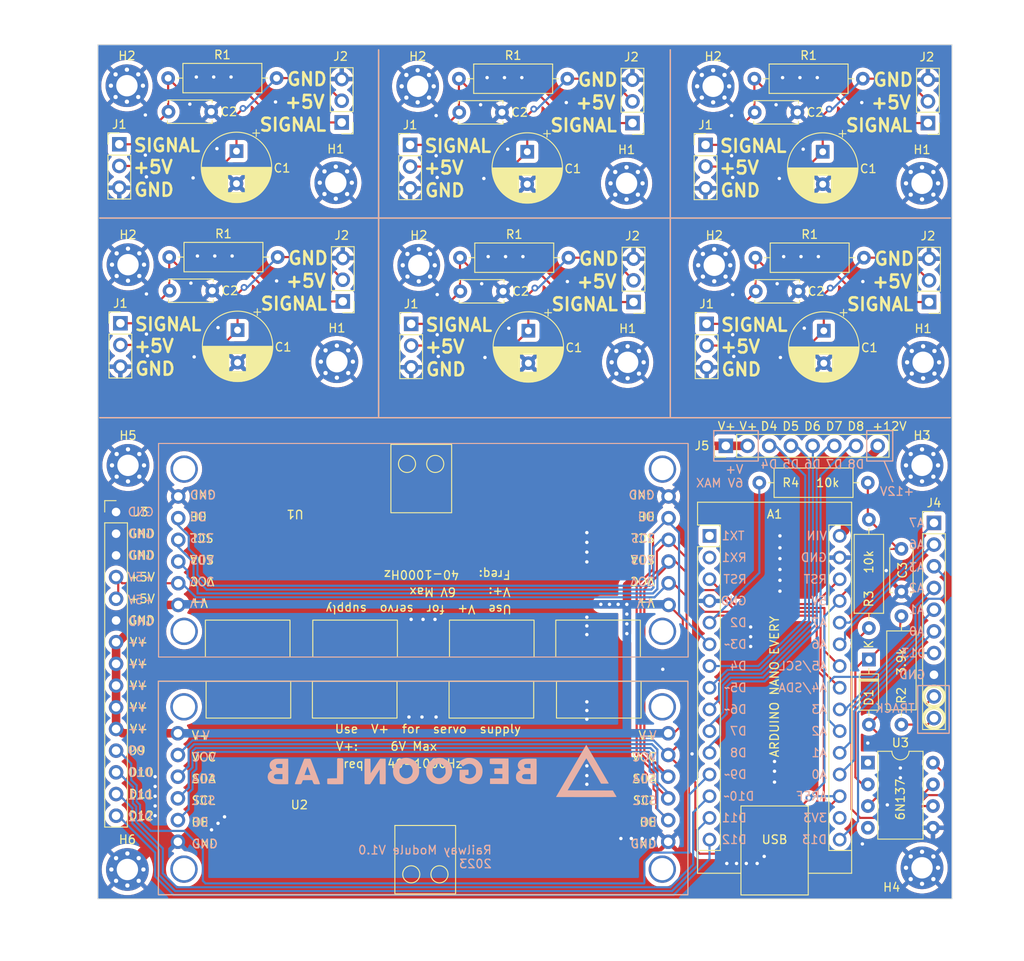
<source format=kicad_pcb>
(kicad_pcb (version 20221018) (generator pcbnew)
  (layers (0 "F.Cu" signal) (31 "B.Cu" signal) (34 "B.Paste" user) (35 "F.Paste" user) (36 "B.SilkS" user "B.Silkscreen") (37 "F.SilkS" user "F.Silkscreen") (38 "B.Mask" user) (39 "F.Mask" user) (44 "Edge.Cuts" user))
  (net 0 "")
  (net 1 "+5V")
  (net 2 "GND")
  (net 5 "RST")
  (net 6 "D2")
  (net 7 "D3")
  (net 8 "D4")
  (net 9 "D5")
  (net 10 "D6")
  (net 11 "D7")
  (net 12 "D8")
  (net 13 "D9")
  (net 14 "D10")
  (net 15 "D11")
  (net 16 "D12")
  (net 17 "D13")
  (net 18 "SIGNAL")
  (net 19 "+3V3")
  (net 20 "A0")
  (net 21 "A1")
  (net 22 "A2")
  (net 23 "A3")
  (net 24 "SDA")
  (net 25 "SCL")
  (net 26 "A6")
  (net 27 "A7")
  (net 28 "+12V")
  (net 29 "Net-(D1-K)")
  (net 30 "Net-(U3-EN)")
  (net 32 "TRACK_A")
  (net 33 "TRACK_B")
  (net 34 "V+")
  (footprint "PCA9685_PWM_Driver:PCA9685_PWM_Driver_WithMountingHoles" (layer "F.Cu") (at 37.084 104.521)
    (fp_text reference "U2")
    (fp_text value "PCA9685_PWM_Driver")
  )
  (footprint "Capacitor_THT:C_Disc_D5.0mm_W2.5mm_P5.00mm" (layer "F.Cu") (at 106.902825 37.917175)
    (fp_text reference "C2")
    (fp_text value "10n")
  )
  (footprint "Package_DIP:DIP-8_W7.62mm" (layer "F.Cu") (at 120.152 114.056)
    (fp_text reference "U3")
    (fp_text value "6N137")
  )
  (footprint "MountingHole:MountingHole_2.5mm_Pad_Via" (layer "F.Cu") (at 67.4445 34.869175)
    (fp_text reference "H2")
    (fp_text value "MountingHole_Pad")
  )
  (footprint "Connector_PinHeader_2.54mm:PinHeader_1x03_P2.54mm_Vertical" (layer "F.Cu") (at 32.512 41.656)
    (fp_text reference "J1")
    (fp_text value "Conn_01x03_Male")
  )
  (footprint "Connector_PinHeader_2.54mm:PinHeader_1x03_P2.54mm_Vertical" (layer "F.Cu") (at 101.274825 62.682175)
    (fp_text reference "J1")
    (fp_text value "Conn_01x03_Male")
  )
  (footprint "Resistor_THT:R_Axial_DIN0309_L9.0mm_D3.2mm_P12.70mm_Horizontal" (layer "F.Cu") (at 106.989825 54.935175)
    (fp_text reference "R1")
    (fp_text value "8.2k")
  )
  (footprint "Connector_PinHeader_2.54mm:PinHeader_1x10_P2.54mm_Vertical" (layer "F.Cu") (at 127.889 85.984)
    (fp_text reference "J4")
    (fp_text value "Conn_01x10_Male")
  )
  (footprint "Connector_PinHeader_2.54mm:PinHeader_1x03_P2.54mm_Vertical" (layer "F.Cu") (at 101.147825 41.727175)
    (fp_text reference "J1")
    (fp_text value "Conn_01x03_Male")
  )
  (footprint "Diode_THT:D_DO-35_SOD27_P7.62mm_Horizontal" (layer "F.Cu") (at 120.269 101.981 -90)
    (fp_text reference "D1")
    (fp_text value "1N4148")
  )
  (footprint "Resistor_THT:R_Axial_DIN0309_L9.0mm_D3.2mm_P12.70mm_Horizontal" (layer "F.Cu") (at 106.862825 33.980175)
    (fp_text reference "R1")
    (fp_text value "8.2k")
  )
  (footprint "MountingHole:MountingHole_2.5mm_Pad_Via" (layer "F.Cu") (at 102.163825 55.824175)
    (fp_text reference "H2")
    (fp_text value "MountingHole_Pad")
  )
  (footprint "Resistor_THT:R_Axial_DIN0309_L9.0mm_D3.2mm_P12.70mm_Horizontal" (layer "F.Cu") (at 124.079 109.601 90)
    (fp_text reference "R2")
    (fp_text value "3.9k")
  )
  (footprint "MountingHole:MountingHole_2.5mm_Pad_Via" (layer "F.Cu") (at 126.492 126.365)
    (fp_text reference "H4")
    (fp_text value "MountingHole_Pad")
  )
  (footprint "Connector_PinHeader_2.54mm:PinHeader_1x03_P2.54mm_Vertical" (layer "F.Cu") (at 32.639 62.611)
    (fp_text reference "J1")
    (fp_text value "Conn_01x03_Male")
  )
  (footprint "Connector_PinHeader_2.54mm:PinHeader_1x15_P2.54mm_Vertical" (layer "F.Cu") (at 32.131 84.709)
    (fp_text reference "J3")
    (fp_text value "Conn_01x15_Male")
  )
  (footprint "Connector_PinHeader_2.54mm:PinHeader_1x03_P2.54mm_Vertical" (layer "F.Cu") (at 58.674 60.056 180)
    (fp_text reference "J2")
    (fp_text value "Conn_01x03_Male")
  )
  (footprint "Connector_PinHeader_2.54mm:PinHeader_1x08_P2.54mm_Vertical" (layer "F.Cu") (at 103.52 76.962 90)
    (fp_text reference "J5")
    (fp_text value "Conn_01x08_Male")
  )
  (footprint "Capacitor_THT:CP_Radial_D8.0mm_P3.80mm" (layer "F.Cu") (at 114.990825 63.487222 -90)
    (fp_text reference "C1")
    (fp_text value "100u")
  )
  (footprint "Connector_PinHeader_2.54mm:PinHeader_1x03_P2.54mm_Vertical" (layer "F.Cu") (at 127.182825 39.172175 180)
    (fp_text reference "J2")
    (fp_text value "Conn_01x03_Male")
  )
  (footprint "Connector_PinHeader_2.54mm:PinHeader_1x03_P2.54mm_Vertical" (layer "F.Cu") (at 66.6825 62.682175)
    (fp_text reference "J1")
    (fp_text value "Conn_01x03_Male")
  )
  (footprint "MountingHole:MountingHole_2.5mm_Pad_Via" (layer "F.Cu") (at 126.619 67.183)
    (fp_text reference "H1")
    (fp_text value "MountingHole_Pad")
  )
  (footprint "Resistor_THT:R_Axial_DIN0309_L9.0mm_D3.2mm_P12.70mm_Horizontal" (layer "F.Cu") (at 38.227 33.909)
    (fp_text reference "R1")
    (fp_text value "8.2k")
  )
  (footprint "Connector_PinHeader_2.54mm:PinHeader_1x03_P2.54mm_Vertical" (layer "F.Cu") (at 92.5905 39.172175 180)
    (fp_text reference "J2")
    (fp_text value "Conn_01x03_Male")
  )
  (footprint "Capacitor_THT:C_Disc_D5.0mm_W2.5mm_P5.00mm" (layer "F.Cu") (at 72.4375 58.872175)
    (fp_text reference "C2")
    (fp_text value "10n")
  )
  (footprint "MountingHole:MountingHole_2.5mm_Pad_Via" (layer "F.Cu") (at 57.983175 67.111825)
    (fp_text reference "H1")
    (fp_text value "MountingHole_Pad")
  )
  (footprint "Capacitor_THT:C_Disc_D5.0mm_W2.5mm_P5.00mm" (layer "F.Cu") (at 124.079 89.027 -90)
    (fp_text reference "C3")
    (fp_text value "100n")
  )
  (footprint "ArduinoNanoEvery:Arduino_Nano_Every" (layer "F.Cu") (at 101.61 87.503)
    (fp_text reference "A1")
    (fp_text value "Arduino_Nano_Every")
  )
  (footprint "Capacitor_THT:C_Disc_D5.0mm_W2.5mm_P5.00mm" (layer "F.Cu") (at 107.029825 58.872175)
    (fp_text reference "C2")
    (fp_text value "10n")
  )
  (footprint "Resistor_THT:R_Axial_DIN0309_L9.0mm_D3.2mm_P12.70mm_Horizontal" (layer "F.Cu") (at 107.442 81.28)
    (fp_text reference "R4")
    (fp_text value "10k")
  )
  (footprint "MountingHole:MountingHole_2.5mm_Pad_Via" (layer "F.Cu") (at 33.456825 126.563175)
    (fp_text reference "H6")
    (fp_text value "MountingHole_Pad")
  )
  (footprint "Connector_PinHeader_2.54mm:PinHeader_1x03_P2.54mm_Vertical" (layer "F.Cu") (at 127.309825 60.127175 180)
    (fp_text reference "J2")
    (fp_text value "Conn_01x03_Male")
  )
  (footprint "MountingHole:MountingHole_2.5mm_Pad_Via" (layer "F.Cu") (at 92.026675 67.183)
    (fp_text reference "H1")
    (fp_text value "MountingHole_Pad")
  )
  (footprint "MountingHole:MountingHole_2.5mm_Pad_Via" (layer "F.Cu") (at 57.856175 46.156825)
    (fp_text reference "H1")
    (fp_text value "MountingHole_Pad")
  )
  (footprint "MountingHole:MountingHole_2.5mm_Pad_Via" (layer "F.Cu") (at 33.528 55.753)
    (fp_text reference "H2")
    (fp_text value "MountingHole_Pad")
  )
  (footprint "MountingHole:MountingHole_2.5mm_Pad_Via" (layer "F.Cu") (at 126.492 46.228)
    (fp_text reference "H1")
    (fp_text value "MountingHole_Pad")
  )
  (footprint "Connector_PinHeader_2.54mm:PinHeader_1x03_P2.54mm_Vertical" (layer "F.Cu") (at 92.7175 60.127175 180)
    (fp_text reference "J2")
    (fp_text value "Conn_01x03_Male")
  )
  (footprint "MountingHole:MountingHole_2.5mm_Pad_Via" (layer "F.Cu") (at 33.528 79.248)
    (fp_text reference "H5")
    (fp_text value "MountingHole_Pad")
  )
  (footprint "Capacitor_THT:C_Disc_D5.0mm_W2.5mm_P5.00mm" (layer "F.Cu") (at 38.267 37.846)
    (fp_text reference "C2")
    (fp_text value "10n")
  )
  (footprint "Capacitor_THT:CP_Radial_D8.0mm_P3.80mm" (layer "F.Cu") (at 114.863825 42.532222 -90)
    (fp_text reference "C1")
    (fp_text value "100u")
  )
  (footprint "PCA9685_PWM_Driver:PCA9685_PWM_Driver_WithMountingHoles" (layer "F.Cu") (at 99.104 101.686 180)
    (fp_text reference "U1")
    (fp_text value "PCA9685_PWM_Driver")
  )
  (footprint "Resistor_THT:R_Axial_DIN0309_L9.0mm_D3.2mm_P12.70mm_Horizontal" (layer "F.Cu") (at 38.354 54.864)
    (fp_text reference "R1")
    (fp_text value "8.2k")
  )
  (footprint "Capacitor_THT:CP_Radial_D8.0mm_P3.80mm" (layer "F.Cu") (at 80.3985 63.487222 -90)
    (fp_text reference "C1")
    (fp_text value "100u")
  )
  (footprint "Capacitor_THT:CP_Radial_D8.0mm_P3.80mm" (layer "F.Cu") (at 46.228 42.461047 -90)
    (fp_text reference "C1")
    (fp_text value "100u")
  )
  (footprint "Capacitor_THT:C_Disc_D5.0mm_W2.5mm_P5.00mm" (layer "F.Cu") (at 72.3105 37.917175)
    (fp_text reference "C2")
    (fp_text value "10n")
  )
  (footprint "Connector_PinHeader_2.54mm:PinHeader_1x03_P2.54mm_Vertical" (layer "F.Cu") (at 66.5555 41.727175)
    (fp_text reference "J1")
    (fp_text value "Conn_01x03_Male")
  )
  (footprint "Connector_PinHeader_2.54mm:PinHeader_1x03_P2.54mm_Vertical" (layer "F.Cu") (at 58.547 39.101 180)
    (fp_text reference "J2")
    (fp_text value "Conn_01x03_Male")
  )
  (footprint "Resistor_THT:R_Axial_DIN0309_L9.0mm_D3.2mm_P12.70mm_Horizontal" (layer "F.Cu") (at 72.3975 54.935175)
    (fp_text reference "R1")
    (fp_text value "8.2k")
  )
  (footprint "Resistor_THT:R_Axial_DIN0309_L9.0mm_D3.2mm_P12.70mm_Horizontal" (layer "F.Cu") (at 72.2705 33.980175)
    (fp_text reference "R1")
    (fp_text value "8.2k")
  )
  (footprint "Resistor_THT:R_Axial_DIN0309_L9.0mm_D3.2mm_P12.70mm_Horizontal" (layer "F.Cu") (at 120.269 98.298 90)
    (fp_text reference "R3")
    (fp_text value "10k")
  )
  (footprint "Capacitor_THT:CP_Radial_D8.0mm_P3.80mm" (layer "F.Cu") (at 46.355 63.416047 -90)
    (fp_text reference "C1")
    (fp_text value "100u")
  )
  (footprint "MountingHole:MountingHole_2.5mm_Pad_Via" (layer "F.Cu") (at 67.5715 55.824175)
    (fp_text reference "H2")
    (fp_text value "MountingHole_Pad")
  )
  (footprint "MountingHole:MountingHole_2.5mm_Pad_Via" (layer "F.Cu") (at 126.492 79.248)
    (fp_text reference "H3")
    (fp_text value "MountingHole_Pad")
  )
  (footprint "Capacitor_THT:C_Disc_D5.0mm_W2.5mm_P5.00mm" (layer "F.Cu") (at 38.394 58.801)
    (fp_text reference "C2")
    (fp_text value "10n")
  )
  (footprint "MountingHole:MountingHole_2.5mm_Pad_Via" (layer "F.Cu") (at 102.036825 34.869175)
    (fp_text reference "H2")
    (fp_text value "MountingHole_Pad")
  )
  (footprint "MountingHole:MountingHole_2.5mm_Pad_Via" (layer "F.Cu") (at 91.899675 46.228)
    (fp_text reference "H1")
    (fp_text value "MountingHole_Pad")
  )
  (footprint "Capacitor_THT:CP_Radial_D8.0mm_P3.80mm" (layer "F.Cu") (at 80.2715 42.532222 -90)
    (fp_text reference "C1")
    (fp_text value "100u")
  )
  (footprint "MountingHole:MountingHole_2.5mm_Pad_Via" (layer "F.Cu") (at 33.401 34.798)
    (fp_text reference "H2")
    (fp_text value "MountingHole_Pad")
  )
  (footprint "Graphics:begoon_lab_logo_1100_dpi" (layer "B.Cu") (at 70.358 114.808 180)
    (fp_text reference "G***" hide)
    (fp_text value "LOGO" hide)
  )
  (gr_rect (start 102.108 75.184) (end 107.315 78.74) (stroke (width 0.15)) (fill none) (layer "B.SilkS"))
  (gr_line (start 62.865 30.607) (end 62.865 73.533) (stroke (width 0.15)) (layer "B.SilkS"))
  (gr_rect (start 125.984 105.029) (end 129.667 110.617) (stroke (width 0.15)) (fill none) (layer "B.SilkS"))
  (gr_line (start 97.028 30.607) (end 97.028 73.533) (stroke (width 0.15)) (layer "B.SilkS"))
  (gr_line (start 122.047 78.74) (end 123.063 81.153) (stroke (width 0.15)) (layer "B.SilkS"))
  (gr_line (start 30.226 50.292) (end 129.794 50.292) (stroke (width 0.15)) (layer "B.SilkS"))
  (gr_line (start 30.226 73.66) (end 129.794 73.66) (stroke (width 0.15)) (layer "B.SilkS"))
  (gr_rect (start 120.015 75.184) (end 123.063 78.74) (stroke (width 0.15)) (fill none) (layer "B.SilkS"))
  (gr_circle (center 127.889 106.299) (end 129.189 106.299) (stroke (width 0.15)) (fill none) (layer "F.SilkS"))
  (gr_line (start 30.226 50.292) (end 129.794 50.292) (stroke (width 0.15)) (layer "F.SilkS"))
  (gr_line (start 97.028 30.607) (end 97.028 73.533) (stroke (width 0.15)) (layer "F.SilkS"))
  (gr_circle (center 127.889 106.299) (end 128.989 106.299) (stroke (width 0.15)) (fill none) (layer "F.SilkS"))
  (gr_line (start 62.865 30.607) (end 62.865 73.533) (stroke (width 0.15)) (layer "F.SilkS"))
  (gr_circle (center 127.889 108.839) (end 129.189 108.839) (stroke (width 0.15)) (fill none) (layer "F.SilkS"))
  (gr_line (start 30.226 73.66) (end 129.794 73.66) (stroke (width 0.15)) (layer "F.SilkS"))
  (gr_circle (center 127.889 108.839) (end 128.989 108.839) (stroke (width 0.15)) (fill none) (layer "F.SilkS"))
  (gr_rect (start 30 30) (end 130 130) (stroke (width 0.1)) (fill none) (layer "Edge.Cuts"))
  (gr_text "V+\n6V MAX" (at 105.664 80.518) (layer "B.SilkS") (effects (font (size 1 1)) (justify left mirror)))
  (gr_text "D6" (at 113.665 79.121) (layer "B.SilkS") (effects (font (size 1 1)) (justify mirror)))
  (gr_text "+12V" (at 123.571 82.296) (layer "B.SilkS") (effects (font (size 1 1)) (justify mirror)))
  (gr_text "D8" (at 118.745 79.121) (layer "B.SilkS") (effects (font (size 1 1)) (justify mirror)))
  (gr_text "GND" (at 33.401 84.709) (layer "B.SilkS") (effects (font (size 1 1)) (justify right mirror)))
  (gr_text "Railway Module V1.0\n2023" (at 76.2 125.095) (layer "B.SilkS") (effects (font (size 1 1)) (justify left mirror)))
  (gr_text "D12" (at 33.401 120.396) (layer "B.SilkS") (effects (font (size 1 1)) (justify right mirror)))
  (gr_text "D11" (at 33.401 117.856) (layer "B.SilkS") (effects (font (size 1 1)) (justify right mirror)))
  (gr_text "V+" (at 33.401 102.489) (layer "B.SilkS") (effects (font (size 1 1)) (justify right mirror)))
  (gr_text "A7" (at 125.857 85.979) (layer "B.SilkS") (effects (font (size 1 1)) (justify mirror)))
  (gr_text "V+" (at 33.401 110.109) (layer "B.SilkS") (effects (font (size 1 1)) (justify right mirror)))
  (gr_text "GND" (at 33.401 87.249) (layer "B.SilkS") (effects (font (size 1 1)) (justify right mirror)))
  (gr_text "D9" (at 33.401 112.649) (layer "B.SilkS") (effects (font (size 1 1)) (justify right mirror)))
  (gr_text "D5" (at 111.125 79.121) (layer "B.SilkS") (effects (font (size 1 1)) (justify mirror)))
  (gr_text "V+" (at 33.401 105.029) (layer "B.SilkS") (effects (font (size 1 1)) (justify right mirror)))
  (gr_text "+5V" (at 33.401 92.329) (layer "B.SilkS") (effects (font (size 1 1)) (justify right mirror)))
  (gr_text "GND" (at 33.401 97.536) (layer "B.SilkS") (effects (font (size 1 1)) (justify right mirror)))
  (gr_text "GND" (at 33.401 89.789) (layer "B.SilkS") (effects (font (size 1 1)) (justify right mirror)))
  (gr_text "A2" (at 125.857 93.599) (layer "B.SilkS") (effects (font (size 1 1)) (justify mirror)))
  (gr_text "+5V" (at 33.401 94.996) (layer "B.SilkS") (effects (font (size 1 1)) (justify right mirror)))
  (gr_text "GND" (at 125.349 103.759) (layer "B.SilkS") (effects (font (size 1 1)) (justify mirror)))
  (gr_text "A0" (at 125.857 98.679) (layer "B.SilkS") (effects (font (size 1 1)) (justify mirror)))
  (gr_text "D4" (at 108.585 79.121) (layer "B.SilkS") (effects (font (size 1 1)) (justify mirror)))
  (gr_text "A6" (at 125.857 88.519) (layer "B.SilkS") (effects (font (size 1 1)) (justify mirror)))
  (gr_text "A1" (at 125.857 96.139) (layer "B.SilkS") (effects (font (size 1 1)) (justify mirror)))
  (gr_text "A3" (at 125.857 91.186) (layer "B.SilkS") (effects (font (size 1 1)) (justify mirror)))
  (gr_text "TRACK" (at 123.317 107.696) (layer "B.SilkS") (effects (font (size 1 1)) (justify mirror)))
  (gr_text "V+" (at 33.401 107.569) (layer "B.SilkS") (effects (font (size 1 1)) (justify right mirror)))
  (gr_text "V+" (at 33.401 99.949) (layer "B.SilkS") (effects (font (size 1 1)) (justify right mirror)))
  (gr_text "D7" (at 116.205 79.121) (layer "B.SilkS") (effects (font (size 1 1)) (justify mirror)))
  (gr_text "D10" (at 33.401 115.189) (layer "B.SilkS") (effects (font (size 1 1)) (justify right mirror)))
  (gr_text "D13" (at 125.476 101.219) (layer "B.SilkS") (effects (font (size 1 1)) (justify mirror)))
  (gr_text "GND" (at 54.483 34.036) (layer "F.SilkS") (effects (font (size 1.5 1.5) (thickness 0.3))))
  (gr_text "SIGNAL" (at 72.2705 62.809175) (layer "F.SilkS") (effects (font (size 1.5 1.5) (thickness 0.3))))
  (gr_text "GND" (at 123.245825 55.062175) (layer "F.SilkS") (effects (font (size 1.5 1.5) (thickness 0.3))))
  (gr_text "V+" (at 33.655 99.949) (layer "F.SilkS") (effects (font (size 1 1)) (justify left)))
  (gr_text "+5V" (at 36.449 44.323) (layer "F.SilkS") (effects (font (size 1.5 1.5) (thickness 0.3))))
  (gr_text "+5V" (at 88.3995 57.729175) (layer "F.SilkS") (effects (font (size 1.5 1.5) (thickness 0.3))))
  (gr_text "GND" (at 70.7465 68.016175) (layer "F.SilkS") (effects (font (size 1.5 1.5) (thickness 0.3))))
  (gr_text "SIGNAL" (at 106.862825 62.809175) (layer "F.SilkS") (effects (font (size 1.5 1.5) (thickness 0.3))))
  (gr_text "D12" (at 33.528 120.269) (layer "F.SilkS") (effects (font (size 1 1)) (justify left)))
  (gr_text "SIGNAL" (at 87.0025 60.396175) (layer "F.SilkS") (effects (font (size 1.5 1.5) (thickness 0.3))))
  (gr_text "+5V" (at 33.528 92.329) (layer "F.SilkS") (effects (font (size 1 1)) (justify left)))
  (gr_text "+5V" (at 88.2725 36.774175) (layer "F.SilkS") (effects (font (size 1.5 1.5) (thickness 0.3))))
  (gr_text "D9" (at 33.528 112.649) (layer "F.SilkS") (effects (font (size 1 1)) (justify left)))
  (gr_text "SIGNAL" (at 52.959 60.325) (layer "F.SilkS") (effects (font (size 1.5 1.5) (thickness 0.3))))
  (gr_text "D5" (at 111.125 74.676) (layer "F.SilkS") (effects (font (size 1 1))))
  (gr_text "V+" (at 33.655 105.029) (layer "F.SilkS") (effects (font (size 1 1)) (justify left)))
  (gr_text "D10" (at 33.528 115.189) (layer "F.SilkS") (effects (font (size 1 1)) (justify left)))
  (gr_text "SIGNAL" (at 121.594825 60.396175) (layer "F.SilkS") (effects (font (size 1.5 1.5) (thickness 0.3))))
  (gr_text "D6" (at 113.665 74.676) (layer "F.SilkS") (effects (font (size 1 1))))
  (gr_text "D8" (at 118.745 74.676) (layer "F.SilkS") (effects (font (size 1 1))))
  (gr_text "10k" (at 120.269 90.551 90) (layer "F.SilkS") (effects (font (size 1 1))))
  (gr_text "GND" (at 33.528 89.789) (layer "F.SilkS") (effects (font (size 1 1)) (justify left)))
  (gr_text "V+" (at 106.172 74.676) (layer "F.SilkS") (effects (font (size 1 1))))
  (gr_text "GND" (at 88.6535 55.062175) (layer "F.SilkS") (effects (font (size 1.5 1.5) (thickness 0.3))))
  (gr_text "V+" (at 33.655 110.109) (layer "F.SilkS") (effects (font (size 1 1)) (justify left)))
  (gr_text "V+" (at 33.655 107.569) (layer "F.SilkS") (effects (font (size 1 1)) (justify left)))
  (gr_text "+5V" (at 122.864825 36.774175) (layer "F.SilkS") (effects (font (size 1.5 1.5) (thickness 0.3))))
  (gr_text "GND" (at 70.6195 47.061175) (layer "F.SilkS") (effects (font (size 1.5 1.5) (thickness 0.3))))
  (gr_text "+5V" (at 122.991825 57.729175) (layer "F.SilkS") (effects (font (size 1.5 1.5) (thickness 0.3))))
  (gr_text "+5V" (at 70.4925 44.394175) (layer "F.SilkS") (effects (font (size 1.5 1.5) (thickness 0.3))))
  (gr_text "SIGNAL" (at 72.1435 41.854175) (layer "F.SilkS") (effects (font (size 1.5 1.5) (thickness 0.3))))
  (gr_text "GND" (at 105.211825 47.061175) (layer "F.SilkS") (effects (font (size 1.5 1.5) (thickness 0.3))))
  (gr_text "V+" (at 33.655 102.489) (layer "F.SilkS") (effects (font (size 1 1)) (justify left)))
  (gr_text "V+" (at 103.632 74.676) (layer "F.SilkS") (effects (font (size 1 1))))
  (gr_text "GND" (at 88.5265 34.107175) (layer "F.SilkS") (effects (font (size 1.5 1.5) (thickness 0.3))))
  (gr_text "3.9k" (at 124.079 102.235 90) (layer "F.SilkS") (effects (font (size 1 1))))
  (gr_text "SIGNAL" (at 38.1 41.783) (layer "F.SilkS") (effects (font (size 1.5 1.5) (thickness 0.3))))
  (gr_text "+12V" (at 122.682 74.676) (layer "F.SilkS") (effects (font (size 1 1))))
  (gr_text "SIGNAL" (at 52.832 39.37) (layer "F.SilkS") (effects (font (size 1.5 1.5) (thickness 0.3))))
  (gr_text "10k" (at 115.443 81.28) (layer "F.SilkS") (effects (font (size 1 1))))
  (gr_text "GND" (at 123.118825 34.107175) (layer "F.SilkS") (effects (font (size 1.5 1.5) (thickness 0.3))))
  (gr_text "GND" (at 36.576 46.99) (layer "F.SilkS") (effects (font (size 1.5 1.5) (thickness 0.3))))
  (gr_text "GND" (at 36.703 67.945) (layer "F.SilkS") (effects (font (size 1.5 1.5) (thickness 0.3))))
  (gr_text "D4" (at 108.585 74.676) (layer "F.SilkS") (effects (font (size 1 1))))
  (gr_text "+5V" (at 54.356 57.658) (layer "F.SilkS") (effects (font (size 1.5 1.5) (thickness 0.3))))
  (gr_text "+5V" (at 105.084825 44.394175) (layer "F.SilkS") (effects (font (size 1.5 1.5) (thickness 0.3))))
  (gr_text "+5V" (at 36.576 65.278) (layer "F.SilkS") (effects (font (size 1.5 1.5) (thickness 0.3))))
  (gr_text "+5V" (at 70.6195 65.349175) (layer "F.SilkS") (effects (font (size 1.5 1.5) (thickness 0.3))))
  (gr_text "GND" (at 33.528 87.249) (layer "F.SilkS") (effects (font (size 1 1)) (justify left)))
  (gr_text "SIGNAL" (at 86.8755 39.441175) (layer "F.SilkS") (effects (font (size 1.5 1.5) (thickness 0.3))))
  (gr_text "6N137" (at 123.952 118.364 90) (layer "F.SilkS") (effects (font (size 1 1))))
  (gr_text "SIGNAL" (at 38.227 62.738) (layer "F.SilkS") (effects (font (size 1.5 1.5) (thickness 0.3))))
  (gr_text "+5V" (at 54.229 36.703) (layer "F.SilkS") (effects (font (size 1.5 1.5) (thickness 0.3))))
  (gr_text "GND" (at 33.528 97.409) (layer "F.SilkS") (effects (font (size 1 1)) (justify left)))
  (gr_text "SIGNAL" (at 121.467825 39.441175) (layer "F.SilkS") (effects (font (size 1.5 1.5) (thickness 0.3))))
  (gr_text "+5V" (at 33.528 94.869) (layer "F.SilkS") (effects (font (size 1 1)) (justify left)))
  (gr_text "D7" (at 116.205 74.676) (layer "F.SilkS") (effects (font (size 1 1))))
  (gr_text "D11" (at 33.528 117.729) (layer "F.SilkS") (effects (font (size 1 1)) (justify left)))
  (gr_text "GND" (at 105.338825 68.016175) (layer "F.SilkS") (effects (font (size 1.5 1.5) (thickness 0.3))))
  (gr_text "+5V" (at 105.211825 65.349175) (layer "F.SilkS") (effects (font (size 1.5 1.5) (thickness 0.3))))
  (gr_text "GND" (at 54.61 54.991) (layer "F.SilkS") (effects (font (size 1.5 1.5) (thickness 0.3))))
  (gr_text "ARDUINO NANO EVERY" (at 109.22 105.156 90) (layer "F.SilkS") (effects (font (size 1 1))))
  (gr_text "SIGNAL" (at 106.735825 41.854175) (layer "F.SilkS") (effects (font (size 1.5 1.5) (thickness 0.3))))
  (segment (start 124.657825 54.935175) (end 127.309825 57.587175) (width 0.25) (layer "F.Cu") (net 1))
  (segment (start 114.990825 63.487222) (end 114.990825 59.253175) (width 0.25) (layer "F.Cu") (net 1))
  (segment (start 46.355 63.416047) (end 46.355 59.182) (width 0.25) (layer "F.Cu") (net 1))
  (segment (start 80.2715 38.298175) (end 81.0335 37.536175) (width 0.25) (layer "F.Cu") (net 1))
  (segment (start 44.493047 44.196) (end 46.228 42.461047) (width 0.25) (layer "F.Cu") (net 1))
  (segment (start 66.6825 65.222175) (end 78.663547 65.222175) (width 0.25) (layer "F.Cu") (net 1))
  (segment (start 120.142 85.471) (end 120.269 85.598) (width 0.25) (layer "F.Cu") (net 1))
  (segment (start 32.852 93.05) (end 32.385 92.583) (width 0.25) (layer "F.Cu") (net 1))
  (segment (start 129.159 117.475) (end 129.159 115.443) (width 0.25) (layer "F.Cu") (net 1))
  (segment (start 120.269 85.598) (end 123.698 89.027) (width 0.25) (layer "F.Cu") (net 1))
  (segment (start 115.443 124.587) (end 120.440009 124.587) (width 0.25) (layer "F.Cu") (net 1))
  (segment (start 85.0975 54.935175) (end 90.0655 54.935175) (width 0.25) (layer "F.Cu") (net 1))
  (segment (start 39.414 93.05) (end 32.852 93.05) (width 0.25) (layer "F.Cu") (net 1))
  (segment (start 98.933 94.615) (end 98.933 110.998) (width 0.25) (layer "F.Cu") (net 1))
  (segment (start 44.620047 65.151) (end 46.355 63.416047) (width 0.25) (layer "F.Cu") (net 1))
  (segment (start 116.85 95.123) (end 116.85 94.732) (width 0.25) (layer "F.Cu") (net 1))
  (segment (start 84.9705 33.980175) (end 89.9385 33.980175) (width 0.25) (layer "F.Cu") (net 1))
  (segment (start 128.778 117.856) (end 129.159 117.475) (width 0.25) (layer "F.Cu") (net 1))
  (segment (start 114.863825 42.532222) (end 114.863825 38.298175) (width 0.25) (layer "F.Cu") (net 1))
  (segment (start 120.440009 124.587) (end 127.171009 117.856) (width 0.25) (layer "F.Cu") (net 1))
  (segment (start 122.555 89.027) (end 124.079 89.027) (width 0.25) (layer "F.Cu") (net 1))
  (segment (start 119.689825 54.935175) (end 124.657825 54.935175) (width 0.25) (layer "F.Cu") (net 1))
  (segment (start 51.054 54.864) (end 56.022 54.864) (width 0.25) (layer "F.Cu") (net 1))
  (segment (start 50.927 33.909) (end 55.895 33.909) (width 0.25) (layer "F.Cu") (net 1))
  (segment (start 123.698 89.027) (end 124.079 89.027) (width 0.25) (layer "F.Cu") (net 1))
  (segment (start 90.0655 54.935175) (end 92.7175 57.587175) (width 0.25) (layer "F.Cu") (net 1))
  (segment (start 120.142 81.28) (end 120.142 85.471) (width 0.25) (layer "F.Cu") (net 1))
  (segment (start 116.85 117.983) (end 115.443 119.39) (width 0.25) (layer "F.Cu") (net 1))
  (segment (start 32.385 92.583) (end 32.385 94.869) (width 0.25) (layer "F.Cu") (net 1))
  (segment (start 113.255872 65.222175) (end 114.990825 63.487222) (width 0.25) (layer "F.Cu") (net 1))
  (segment (start 78.536547 44.267175) (end 80.2715 42.532222) (width 0.25) (layer "F.Cu") (net 1))
  (segment (start 78.663547 65.222175) (end 80.3985 63.487222) (width 0.25) (layer "F.Cu") (net 1))
  (segment (start 32.639 65.151) (end 44.620047 65.151) (width 0.25) (layer "F.Cu") (net 1))
  (segment (start 99.949 116.332) (end 96.774 113.157) (width 0.25) (layer "F.Cu") (net 1))
  (segment (start 80.2715 42.532222) (end 80.2715 38.298175) (width 0.25) (layer "F.Cu") (net 1))
  (segment (start 114.863825 38.298175) (end 115.625825 37.536175) (width 0.25) (layer "F.Cu") (net 1))
  (segment (start 106.807 124.714) (end 100.457 124.714) (width 0.25) (layer "F.Cu") (net 1))
  (segment (start 98.933 110.998) (end 96.774 113.157) (width 0.25) (layer "F.Cu") (net 1))
  (segment (start 129.159 115.443) (end 127.772 114.056) (width 0.25) (layer "F.Cu") (net 1))
  (segment (start 96.818 93.05) (end 97.368 93.05) (width 0.25) (layer "F.Cu") (net 1))
  (segment (start 46.228 38.227) (end 46.99 37.465) (width 0.25) (layer "F.Cu") (net 1))
  (segment (start 113.2525 118.2685) (end 106.807 124.714) (width 0.25) (layer "F.Cu") (net 1))
  (segment (start 127.171009 117.856) (end 128.778 117.856) (width 0.25) (layer "F.Cu") (net 1))
  (segment (start 46.228 42.461047) (end 46.228 38.227) (width 0.25) (layer "F.Cu") (net 1))
  (segment (start 80.3985 59.253175) (end 81.1605 58.491175) (width 0.25) (layer "F.Cu") (net 1))
  (segment (start 101.147825 44.267175) (end 113.128872 44.267175) (width 0.25) (layer "F.Cu") (net 1))
  (segment (start 32.512 44.196) (end 44.493047 44.196) (width 0.25) (layer "F.Cu") (net 1))
  (segment (start 113.2525 118.1735) (end 113.2525 118.2685) (width 0.25) (layer "F.Cu") (net 1))
  (segment (start 97.368 93.05) (end 98.933 94.615) (width 0.25) (layer "F.Cu") (net 1))
  (segment (start 80.3985 63.487222) (end 80.3985 59.253175) (width 0.25) (layer "F.Cu") (net 1))
  (segment (start 101.274825 65.222175) (end 113.255872 65.222175) (width 0.25) (layer "F.Cu") (net 1))
  (segment (start 124.530825 33.980175) (end 127.182825 36.632175) (width 0.25) (layer "F.Cu") (net 1))
  (segment (start 113.128872 44.267175) (end 114.863825 42.532222) (width 0.25) (layer "F.Cu") (net 1))
  (segment (start 115.443 119.39) (end 115.443 124.587) (width 0.25) (layer "F.Cu") (net 1))
  (segment (start 89.9385 33.980175) (end 92.5905 36.632175) (width 0.25) (layer "F.Cu") (net 1))
  (segment (start 100.457 124.714) (end 99.949 124.206) (width 0.25) (layer "F.Cu") (net 1))
  (segment (start 56.022 54.864) (end 58.674 57.516) (width 0.25) (layer "F.Cu") (net 1))
  (segment (start 55.895 33.909) (end 58.547 36.561) (width 0.25) (layer "F.Cu") (net 1))
  (segment (start 66.5555 44.267175) (end 78.536547 44.267175) (width 0.25) (layer "F.Cu") (net 1))
  (segment (start 119.562825 33.980175) (end 124.530825 33.980175) (width 0.25) (layer "F.Cu") (net 1))
  (segment (start 99.949 124.206) (end 99.949 116.332) (width 0.25) (layer "F.Cu") (net 1))
  (segment (start 46.355 59.182) (end 47.117 58.42) (width 0.25) (layer "F.Cu") (net 1))
  (segment (start 114.990825 59.253175) (end 115.752825 58.491175) (width 0.25) (layer "F.Cu") (net 1))
  (segment (start 116.85 94.732) (end 122.555 89.027) (width 0.25) (layer "F.Cu") (net 1))
  (via (at 46.99 37.465) (size 0.8) (drill 0.4) (layers "F.Cu" "B.Cu") (net 1))
  (via (at 81.0335 37.536175) (size 0.8) (drill 0.4) (layers "F.Cu" "B.Cu") (net 1))
  (via (at 113.2525 118.1735) (size 0.8) (drill 0.4) (layers "F.Cu" "B.Cu") (net 1))
  (via (at 47.117 58.42) (size 0.8) (drill 0.4) (layers "F.Cu" "B.Cu") (net 1))
  (via (at 115.752825 58.491175) (size 0.8) (drill 0.4) (layers "F.Cu" "B.Cu") (net 1))
  (via (at 81.1605 58.491175) (size 0.8) (drill 0.4) (layers "F.Cu" "B.Cu") (net 1))
  (via (at 115.625825 37.536175) (size 0.8) (drill 0.4) (layers "F.Cu" "B.Cu") (net 1))
  (segment (start 95.059 111.442) (end 41.085 111.442) (width 0.25) (layer "B.Cu") (net 1))
  (segment (start 47.371 37.465) (end 50.927 33.909) (width 0.25) (layer "B.Cu") (net 1))
  (segment (start 95.173 94.695) (end 96.818 93.05) (width 0.25) (layer "B.Cu") (net 1))
  (segment (start 115.625825 37.536175) (end 116.006825 37.536175) (width 0.25) (layer "B.Cu") (net 1))
  (segment (start 81.1605 58.491175) (end 81.5415 58.491175) (width 0.25) (layer "B.Cu") (net 1))
  (segment (start 113.443 117.983) (end 116.85 117.983) (width 0.25) (layer "B.Cu") (net 1))
  (segment (start 41.085 111.442) (end 39.37 113.157) (width 0.25) (layer "B.Cu") (net 1))
  (segment (start 39.837 93.05) (end 41.482 94.695) (width 0.25) (layer "B.Cu") (net 1))
  (segment (start 39.414 93.05) (end 39.837 93.05) (width 0.25) (layer "B.Cu") (net 1))
  (segment (start 96.774 113.157) (end 95.059 111.442) (width 0.25) (layer "B.Cu") (net 1))
  (segment (start 116.133825 58.491175) (end 119.689825 54.935175) (width 0.25) (layer "B.Cu") (net 1))
  (segment (start 47.498 58.42) (end 51.054 54.864) (width 0.25) (layer "B.Cu") (net 1))
  (segment (start 81.0335 37.536175) (end 81.4145 37.536175) (width 0.25) (layer "B.Cu") (net 1))
  (segment (start 81.5415 58.491175) (end 85.0975 54.935175) (width 0.25) (layer "B.Cu") (net 1))
  (segment (start 116.85 95.123) (end 115.062 96.911) (width 0.25) (layer "B.Cu") (net 1))
  (segment (start 46.99 37.465) (end 47.371 37.465) (width 0.25) (layer "B.Cu") (net 1))
  (segment (start 115.752825 58.491175) (end 116.133825 58.491175) (width 0.25) (layer "B.Cu") (net 1))
  (segment (start 115.062 96.911) (end 115.062 116.364) (width 0.25) (layer "B.Cu") (net 1))
  (segment (start 113.2525 118.1735) (end 113.443 117.983) (width 0.25) (layer "B.Cu") (net 1))
  (segment (start 41.482 94.695) (end 95.173 94.695) (width 0.25) (layer "B.Cu") (net 1))
  (segment (start 116.006825 37.536175) (end 119.562825 33.980175) (width 0.25) (layer "B.Cu") (net 1))
  (segment (start 115.062 116.364) (end 113.2525 118.1735) (width 0.25) (layer "B.Cu") (net 1))
  (segment (start 81.4145 37.536175) (end 84.9705 33.980175) (width 0.25) (layer "B.Cu") (net 1))
  (segment (start 47.117 58.42) (end 47.498 58.42) (width 0.25) (layer "B.Cu") (net 1))
  (segment (start 122.301 92.249) (end 124.079 94.027) (width 0.25) (layer "F.Cu") (net 2))
  (segment (start 44.831 120.396) (end 44.069 121.158) (width 1.5) (layer "F.Cu") (net 2))
  (segment (start 43.307 121.92) (end 41.91 123.317) (width 1.5) (layer "F.Cu") (net 2))
  (segment (start 36.703 123.317) (end 34.78265 125.23735) (width 1.5) (layer "F.Cu") (net 2))
  (segment (start 44.069 121.158) (end 43.307 121.92) (width 1.5) (layer "F.Cu") (net 2))
  (segment (start 41.91 123.317) (end 36.703 123.317) (width 1.5) (layer "F.Cu") (net 2))
  (segment (start 122.301 91.567) (end 122.301 92.249) (width 0.25) (layer "F.Cu") (net 2))
  (via (at 109.22 116.332) (size 0.8) (drill 0.4) (layers "F.Cu" "B.Cu") (net 2))
  (via (at 43.561 33.782) (size 0.8) (drill 0.4) (layers "F.Cu" "B.Cu") (net 2))
  (via (at 94.996 122.936) (size 0.8) (drill 0.4) (layers "F.Cu" "B.Cu") (net 2))
  (via (at 109.910825 66.619175) (size 0.8) (drill 0.4) (layers "F.Cu" "B.Cu") (net 2))
  (via (at 119.435825 36.774175) (size 0.8) (drill 0.4) (layers "F.Cu" "B.Cu") (net 2))
  (via (at 96.139 103.124) (size 0.8) (drill 0.4) (layers "F.Cu" "B.Cu") (net 2))
  (via (at 87.249 114.427) (size 0.8) (drill 0.4) (layers "F.Cu" "B.Cu") (net 2))
  (via (at 103.632 125.857) (size 0.8) (drill 0.4) (layers "F.Cu" "B.Cu") (net 2))
  (via (at 50.927 57.658) (size 0.8) (drill 0.4) (layers "F.Cu" "B.Cu") (net 2))
  (via (at 91.2335 122.936) (size 0.8) (drill 0.4) (layers "F.Cu" "B.Cu") (net 2))
  (via (at 69.6035 38.298175) (size 0.8) (drill 0.4) (layers "F.Cu" "B.Cu") (net 2))
  (via (at 66.675 97.282) (size 0.8) (drill 0.4) (layers "F.Cu" "B.Cu") (net 2))
  (via (at 104.322825 63.952175) (size 0.8) (drill 0.4) (layers "F.Cu" "B.Cu") (net 2))
  (via (at 77.9855 42.235175) (size 0.8) (drill 0.4) (layers "F.Cu" "B.Cu") (net 2))
  (via (at 35.56 38.227) (size 0.8) (drill 0.4) (layers "F.Cu" "B.Cu") (net 2))
  (via (at 109.855 90.17) (size 0.8) (drill 0.4) (layers "F.Cu" "B.Cu") (net 2))
  (via (at 104.775 125.857) (size 0.8) (drill 0.4) (layers "F.Cu" "B.Cu") (net 2))
  (via (at 112.323825 54.808175) (size 0.8) (drill 0.4) (layers "F.Cu" "B.Cu") (net 2))
  (via (at 43.307 121.92) (size 0.8) (drill 0.4) (layers "F.Cu" "B.Cu") (net 2))
  (via (at 41.529 33.782) (size 0.8) (drill 0.4) (layers "F.Cu" "B.Cu") (net 2))
  (via (at 77.7315 54.808175) (size 0.8) (drill 0.4) (layers "F.Cu" "B.Cu") (net 2))
  (via (at 78.1125 63.190175) (size 0.8) (drill 0.4) (layers "F.Cu" "B.Cu") (net 2))
  (via (at 120.142 111.76) (size 0.8) (drill 0.4) (layers "F.Cu" "B.Cu") (net 2))
  (via (at 108.0135 125.0315) (size 0.8) (drill 0.4) (layers "F.Cu" "B.Cu") (net 2))
  (via (at 74.8105 37.028175) (size 0.8) (drill 0.4) (layers "F.Cu" "B.Cu") (net 2))
  (via (at 36.703 120.269) (size 0.8) (drill 0.4) (layers "F.Cu" "B.Cu") (net 2))
  (via (at 35.814 66.421) (size 0.8) (drill 0.4) (layers "F.Cu" "B.Cu") (net 2))
  (via (at 87.249 90.551) (size 0.8) (drill 0.4) (layers "F.Cu" "B.Cu") (net 2))
  (via (at 114.355825 54.808175) (size 0.8) (drill 0.4) (layers "F.Cu" "B.Cu") (net 2))
  (via (at 66.421 108.712) (size 0.8) (drill 0.4) (layers "F.Cu" "B.Cu") (net 2))
  (via (at 112.196825 33.853175) (size 0.8) (drill 0.4) (layers "F.Cu" "B.Cu") (net 2))
  (via (at 109.529825 57.983175) (size 0.8) (drill 0.4) (layers "F.Cu" "B.Cu") (net 2))
  (via (at 75.5725 33.853175) (size 0.8) (drill 0.4) (layers "F.Cu" "B.Cu") (net 2))
  (via (at 123.952 115.824) (size 0.8) (drill 0.4) (layers "F.Cu" "B.Cu") (net 2))
  (via (at 74.9375 57.983175) (size 0.8) (drill 0.4) (layers "F.Cu" "B.Cu") (net 2))
  (via (at 109.855 88.9) (size 0.8) (drill 0.4) (layers "F.Cu" "B.Cu") (net 2))
  (via (at 109.402825 37.028175) (size 0.8) (drill 0.4) (layers "F.Cu" "B.Cu") (net 2))
  (via (at 109.855 92.71) (size 0.8) (drill 0.4) (layers "F.Cu" "B.Cu") (net 2))
  (via (at 45.72 54.737) (size 0.8) (drill 0.4) (layers "F.Cu" "B.Cu") (net 2))
  (via (at 112.577825 42.235175) (size 0.8) (drill 0.4) (layers "F.Cu" "B.Cu") (net 2))
  (via (at 106.426 100.457) (size 0.8) (drill 0.4) (layers "F.Cu" "B.Cu") (net 2))
  (via (at 87.249 116.586) (size 0.8) (drill 0.4) (layers "F.Cu" "B.Cu") (net 2))
  (via (at 36.703 116.84) (size 0.8) (drill 0.4) (layers "F.Cu" "B.Cu") (net 2))
  (via (at 69.7305 59.253175) (size 0.8) (drill 0.4) (layers "F.Cu" "B.Cu") (net 2))
  (via (at 107.188 125.857) (size 0.8) (drill 0.4) (layers "F.Cu" "B.Cu") (net 2))
  (via (at 104.322825 59.253175) (size 0.8) (drill 0.4) (layers "F.Cu" "B.Cu") (net 2))
  (via (at 99.568 113.03) (size 0.8) (drill 0.4) (layers "F.Cu" "B.Cu") (net 2))
  (via (at 109.22 115.062) (size 0.8) (drill 0.4) (layers "F.Cu" "B.Cu") (net 2))
  (via (at 122.301 91.567) (size 0.8) (drill 0.4) (layers "F.Cu" "B.Cu") (net 2))
  (via (at 104.322825 45.537175) (size 0.8) (drill 0.4) (layers "F.Cu" "B.Cu") (net 2))
  (via (at 41.656 54.737) (size 0.8) (drill 0.4) (layers "F.Cu" "B.Cu") (net 2))
  (via (at 36.703 119.126) (size 0.8) (drill 0.4) (layers "F.Cu" "B.Cu") (net 2))
  (via (at 36.703 117.983) (size 0.8) (drill 0.4) (layers "F.Cu" "B.Cu") (net 2))
  (via (at 106.426 98.171) (size 0.8) (drill 0.4) (layers "F.Cu" "B.Cu") (net 2))
  (via (at 35.687 45.466) (size 0.8) (drill 0.4) (layers "F.Cu" "B.Cu") (net 2))
  (via (at 109.855 91.44) (size 0.8) (drill 0.4) (layers "F.Cu" "B.Cu") (net 2))
  (via (at 87.249 115.57) (size 0.8) (drill 0.4) (layers "F.Cu" "B.Cu") (net 2))
  (via (at 112.704825 63.190175) (size 0.8) (drill 0.4) (layers "F.Cu" "B.Cu") (net 2))
  (via (at 69.8575 66.492175) (size 0.8) (drill 0.4) (layers "F.Cu" "B.Cu") (net 2))
  (via (at 69.7305 63.952175) (size 0.8) (drill 0.4) (layers "F.Cu" "B.Cu") (net 2))
  (via (at 87.249 88.265) (size 0.8) (drill 0.4) (layers "F.Cu" "B.Cu") (net 2))
  (via (at 35.56 42.926) (size 0.8) (drill 0.4) (layers "F.Cu" "B.Cu") (net 2))
  (via (at 87.249 99.06) (size 0.8) (drill 0.4) (layers "F.Cu" "B.Cu") (net 2))
  (via (at 119.562825 57.729175) (size 0.8) (drill 0.4) (layers "F.Cu" "B.Cu") (net 2))
  (via (at 87.249 106.934) (size 0.8) (drill 0.4) (layers "F.Cu" "B.Cu") (net 2))
  (via (at 44.069 121.158) (size 0.8) (drill 0.4) (layers "F.Cu" "B.Cu") (net 2))
  (via (at 35.687 59.182) (size 0.8) (drill 0.4) (layers "F.Cu" "B.Cu") (net 2))
  (via (at 41.148 45.593) (size 0.8) (drill 0.4) (layers "F.Cu" "B.Cu") (net 2))
  (via (at 87.249 89.408) (size 0.8) (drill 0.4) (layers "F.Cu" "B.Cu") (net 2))
  (via (at 106.426 99.314) (size 0.8) (drill 0.4) (layers "F.Cu" "B.Cu") (net 2))
  (via (at 69.469 97.282) (size 0.8) (drill 0.4) (layers "F.Cu" "B.Cu") (net 2))
  (via (at 109.22 113.919) (size 0.8) (drill 0.4) (layers "F.Cu" "B.Cu") (net 2))
  (via (at 87.249 107.95) (size 0.8) (drill 0.4) (layers "F.Cu" "B.Cu") (net 2))
  (via (at 79.7635 54.808175) (size 0.8) (drill 0.4) (layers "F.Cu" "B.Cu") (net 2))
  (via (at 104.195825 38.298175) (size 0.8) (drill 0.4) (layers "F.Cu" "B.Cu") (net 2))
  (via (at 93.726 122.936) (size 0.8) (drill 0.4) (layers "F.Cu" "B.Cu") (net 2))
  (via (at 41.275 66.548) (size 0.8) (drill 0.4) (layers "F.Cu" "B.Cu") (net 2))
  (via (at 68.072 97.282) (size 0.8) (drill 0.4) (layers "F.Cu" "B.Cu") (net 2))
  (via (at 92.456 122.936) (size 0.8) (drill 0.4) (layers "F.Cu" "B.Cu") (net 2))
  (via (at 87.249 97.028) (size 0.8) (drill 0.4) (layers "F.Cu" "B.Cu") (net 2))
  (via (at 84.9705 57.729175) (size 0.8) (drill 0.4) (layers "F.Cu" "B.Cu") (net 2))
  (via (at 79.6365 33.853175) (size 0.8) (drill 0.4) (layers "F.Cu" "B.Cu") (net 2))
  (via (at 119.507 123.571) (size 0.8) (drill 0.4) (layers "F.Cu" "B.Cu") (net 2))
  (via (at 40.894 57.912) (size 0.8) (drill 0.4) (layers "F.Cu" "B.Cu") (net 2))
  (via (at 69.596 108.712) (size 0.8) (drill 0.4) (layers "F.Cu" "B.Cu") (net 2))
  (via (at 114.228825 33.853175) (size 0.8) (drill 0.4) (layers "F.Cu" "B.Cu") (net 2))
  (via (at 109.855 93.98) (size 0.8) (drill 0.4) (layers "F.Cu" "B.Cu") (net 2))
  (via (at 109.855 87.503) (size 0.8) (drill 0.4) (layers "F.Cu" "B.Cu") (net 2))
  (via (at 36.703 115.697) (size 0.8) (drill 0.4) (layers "F.Cu" "B.Cu") (net 2))
  (via (at 77.6045 33.853175) (size 0.8) (drill 0.4) (layers "F.Cu" "B.Cu") (net 2))
  (via (at 84.8435 36.774175) (size 0.8) (drill 0.4) (layers "F.Cu" "B.Cu") (net 2))
  (via (at 104.449825 66.492175) (size 0.8) (drill 0.4) (layers "F.Cu" "B.Cu") (net 2))
  (via (at 43.688 54.737) (size 0.8) (drill 0.4) (layers "F.Cu" "B.Cu") (net 2))
  (via (at 69.7305 45.537175) (size 0.8) (drill 0.4) (layers "F.Cu" "B.Cu") (net 2))
  (via (at 87.249 108.966) (size 0.8) (drill 0.4) (layers "F.Cu" "B.Cu") (net 2))
  (via (at 50.8 36.703) (size 0.8) (drill 0.4) (layers "F.Cu" "B.Cu") (net 2))
  (via (at 104.195825 42.997175) (size 0.8) (drill 0.4) (layers "F.Cu" "B.Cu") (net 2))
  (via (at 122.428 118.999) (size 0.8) (drill 0.4) (layers "F.Cu" "B.Cu") (net 2))
  (via (at 75.3185 66.619175) (size 0.8) (drill 0.4) (layers "F.Cu" "B.Cu") (net 2))
  (via (at 67.945 108.712) (size 0.8) (drill 0.4) (layers "F.Cu" "B.Cu") (net 2))
  (via (at 123.952 114.681) (size 0.8) (drill 0.4) (layers "F.Cu" "B.Cu") (net 2))
  (via (at 75.6995 54.808175) (size 0.8) (drill 0.4) (layers "F.Cu" "B.Cu") (net 2))
  (via (at 44.831 120.396) (size 0.8) (drill 0.4) (layers "F.Cu" "B.Cu") (net 2))
  (via (at 87.249 98.044) (size 0.8) (drill 0.4) (layers "F.Cu" "B.Cu") (net 2))
  (via (at 45.593 33.782) (size 0.8) (drill 0.4) (layers "F.Cu" "B.Cu") (net 2))
  (via (at 110.291825 54.808175) (size 0.8) (drill 0.4) (layers "F.Cu" "B.Cu") (net 2))
  (via (at 75.1915 45.664175) (size 0.8) (drill 0.4) (layers "F.Cu" "B.Cu") (net 2))
  (via (at 35.687 63.881) (size 0.8) (drill 0.4) (layers "F.Cu" "B.Cu") (net 2))
  (via (at 87.249 87.122) (size 0.8) (drill 0.4) (layers "F.Cu" "B.Cu") (net 2))
  (via (at 43.942 42.164) (size 0.8) (drill 0.4) (layers "F.Cu" "B.Cu") (net 2))
  (via (at 110.164825 33.853175) (size 0.8) (drill 0.4) (layers "F.Cu" "B.Cu") (net 2))
  (via (at 69.6035 42.997175) (size 0.8) (drill 0.4) (layers "F.Cu" "B.Cu") (net 2))
  (via (at 105.918 125.857) (size 0.8) (drill 0.4) (layers "F.Cu" "B.Cu") (net 2))
  (via (at 44.069 63.119) (size 0.8) (drill 0.4) (layers "F.Cu" "B.Cu") (net 2))
  (via (at 40.767 36.957) (size 0.8) (drill 0.4) (layers "F.Cu" "B.Cu") (net 2))
  (via (at 109.783825 45.664175) (size 0.8) (drill 0.4) (layers "F.Cu" "B.Cu") (net 2))
  (segment (start 104.52 95.493) (end 113.94 95.493) (width 0.25) (layer "F.Cu") (net 5))
  (segment (start 101.61 92.583) (end 104.52 95.493) (width 0.25) (layer "F.Cu") (net 5))
  (segment (start 113.94 95.493) (end 116.85 92.583) (width 0.25) (layer "F.Cu") (net 5))
  (segment (start 127.772 119.136) (end 126.527405 119.136) (width 0.25) (layer "F.Cu") (net 6))
  (segment (start 114.993 124.773396) (end 114.993 104.062396) (width 0.25) (layer "F.Cu") (net 6))
  (segment (start 102.43 96.843) (end 101.61 97.663) (width 0.25) (layer "F.Cu") (net 6))
  (segment (start 114.162 103.231396) (end 114.162 96.843) (width 0.25) (layer "F.Cu") (net 6))
  (segment (start 126.527405 119.136) (end 120.626405 125.037) (width 0.25) (layer "F.Cu") (net 6))
  (segment (start 115.256604 125.037) (end 114.993 124.773396) (width 0.25) (layer "F.Cu") (net 6))
  (segment (start 120.626405 125.037) (end 115.256604 125.037) (width 0.25) (layer "F.Cu") (net 6))
  (segment (start 114.162 96.843) (end 102.43 96.843) (width 0.25) (layer "F.Cu") (net 6))
  (segment (start 114.993 104.062396) (end 114.162 103.231396) (width 0.25) (layer "F.Cu") (net 6))
  (segment (start 101.61 97.663) (end 107.442 91.831) (width 0.25) (layer "B.Cu") (net 6))
  (segment (start 107.442 91.831) (end 107.442 81.28) (width 0.25) (layer "B.Cu") (net 6))
  (segment (start 95.054 115.122792) (end 95.054 117.153396) (width 0.25) (layer "F.Cu") (net 7))
  (segment (start 95.054 117.153396) (end 95.377 117.476396) (width 0.25) (layer "F.Cu") (net 7))
  (segment (start 95.377 119.38) (end 96.774 120.777) (width 0.25) (layer "F.Cu") (net 7))
  (segment (start 96.818 85.43) (end 94.996 87.252) (width 0.25) (layer "F.Cu") (net 7))
  (segment (start 94.996 91.437208) (end 93.08 93.353208) (width 0.25) (layer "F.Cu") (net 7))
  (segment (start 93.08 113.148792) (end 95.054 115.122792) (width 0.25) (layer "F.Cu") (net 7))
  (segment (start 95.377 117.476396) (end 95.377 119.38) (width 0.25) (layer "F.Cu") (net 7))
  (segment (start 93.08 93.353208) (end 93.08 113.148792) (width 0.25) (layer "F.Cu") (net 7))
  (segment (start 94.996 87.252) (end 94.996 91.437208) (width 0.25) (layer "F.Cu") (net 7))
  (segment (start 40.64 117.603396) (end 41.09 117.153396) (width 0.25) (layer "B.Cu") (net 7))
  (segment (start 101.61 100.203) (end 98.044 96.637) (width 0.25) (layer "B.Cu") (net 7))
  (segment (start 41.09 115.249792) (end 41.529 114.810792) (width 0.25) (layer "B.Cu") (net 7))
  (segment (start 94.615 91.440208) (end 94.615 87.633) (width 0.25) (layer "B.Cu") (net 7))
  (segment (start 98.044 87.122) (end 96.818 85.896) (width 0.25) (layer "B.Cu") (net 7))
  (segment (start 94.604 93.345) (end 94.604 91.451208) (width 0.25) (layer "B.Cu") (net 7))
  (segment (start 95.054 115.503792) (end 95.054 116.518396) (width 0.25) (layer "B.Cu") (net 7))
  (segment (start 40.64 119.507) (end 40.64 117.603396) (width 0.25) (layer "B.Cu") (net 7))
  (segment (start 39.414 86.277) (end 40.64 87.503) (width 0.25) (layer "B.Cu") (net 7))
  (segment (start 42.926 93.345) (end 94.604 93.345) (width 0.25) (layer "B.Cu") (net 7))
  (segment (start 95.504 119.507) (end 96.774 120.777) (width 0.25) (layer "B.Cu") (net 7))
  (segment (start 41.529 114.810792) (end 41.529 112.907188) (width 0.25) (layer "B.Cu") (net 7))
  (segment (start 94.604 91.451208) (end 94.615 91.440208) (width 0.25) (layer "B.Cu") (net 7))
  (segment (start 39.37 120.777) (end 40.64 119.507) (width 0.25) (layer "B.Cu") (net 7))
  (segment (start 39.414 85.43) (end 39.414 86.277) (width 0.25) (layer "B.Cu") (net 7))
  (segment (start 98.044 96.637) (end 98.044 87.122) (width 0.25) (layer "B.Cu") (net 7))
  (segment (start 41.644188 112.792) (end 94.499812 112.792) (width 0.25) (layer "B.Cu") (net 7))
  (segment (start 40.64 89.027) (end 41.656 90.043) (width 0.25) (layer "B.Cu") (net 7))
  (segment (start 96.818 85.896) (end 96.818 85.43) (width 0.25) (layer "B.Cu") (net 7))
  (segment (start 41.656 92.075) (end 42.926 93.345) (width 0.25) (layer "B.Cu") (net 7))
  (segment (start 94.615 87.633) (end 96.818 85.43) (width 0.25) (layer "B.Cu") (net 7))
  (segment (start 95.504 116.968396) (end 95.504 119.507) (width 0.25) (layer "B.Cu") (net 7))
  (segment (start 41.656 90.043) (end 41.656 92.075) (width 0.25) (layer "B.Cu") (net 7))
  (segment (start 41.09 117.153396) (end 41.09 115.249792) (width 0.25) (layer "B.Cu") (net 7))
  (segment (start 94.499812 112.792) (end 94.604 112.896188) (width 0.25) (layer "B.Cu") (net 7))
  (segment (start 94.604 112.896188) (end 94.604 115.053792) (width 0.25) (layer "B.Cu") (net 7))
  (segment (start 40.64 87.503) (end 40.64 89.027) (width 0.25) (layer "B.Cu") (net 7))
  (segment (start 95.054 116.518396) (end 95.504 116.968396) (width 0.25) (layer "B.Cu") (net 7))
  (segment (start 94.604 115.053792) (end 95.054 115.503792) (width 0.25) (layer "B.Cu") (net 7))
  (segment (start 41.529 112.907188) (end 41.644188 112.792) (width 0.25) (layer "B.Cu") (net 7))
  (segment (start 112.812 97.251812) (end 112.812 80.427) (width 0.25) (layer "B.Cu") (net 8))
  (segment (start 107.320812 102.743) (end 112.812 97.251812) (width 0.25) (layer "B.Cu") (net 8))
  (segment (start 112.812 80.427) (end 109.347 76.962) (width 0.25) (layer "B.Cu") (net 8))
  (segment (start 109.347 76.962) (end 108.6 76.962) (width 0.25) (layer "B.Cu") (net 8))
  (segment (start 101.61 102.743) (end 107.320812 102.743) (width 0.25) (layer "B.Cu") (net 8))
  (segment (start 101.61 105.283) (end 103.7 103.193) (width 0.25) (layer "B.Cu") (net 9))
  (segment (start 113.262 78.464) (end 111.76 76.962) (width 0.25) (layer "B.Cu") (net 9))
  (segment (start 113.262 97.438208) (end 113.262 78.464) (width 0.25) (layer "B.Cu") (net 9))
  (segment (start 111.76 76.962) (end 111.14 76.962) (width 0.25) (layer "B.Cu") (net 9))
  (segment (start 107.507208 103.193) (end 113.262 97.438208) (width 0.25) (layer "B.Cu") (net 9))
  (segment (start 103.7 103.193) (end 107.507208 103.193) (width 0.25) (layer "B.Cu") (net 9))
  (segment (start 102.735 104.794396) (end 103.886396 103.643) (width 0.25) (layer "B.Cu") (net 10))
  (segment (start 107.693604 103.643) (end 113.712 97.624604) (width 0.25) (layer "B.Cu") (net 10))
  (segment (start 103.886396 103.643) (end 107.693604 103.643) (width 0.25) (layer "B.Cu") (net 10))
  (segment (start 102.735 106.698) (end 102.735 104.794396) (width 0.25) (layer "B.Cu") (net 10))
  (segment (start 113.712 76.994) (end 113.68 76.962) (width 0.25) (layer "B.Cu") (net 10))
  (segment (start 101.61 107.823) (end 102.735 106.698) (width 0.25) (layer "B.Cu") (net 10))
  (segment (start 113.712 97.624604) (end 113.712 76.994) (width 0.25) (layer "B.Cu") (net 10))
  (segment (start 115.57 76.962) (end 116.22 76.962) (width 0.25) (layer "B.Cu") (net 11))
  (segment (start 103.185 108.143) (end 103.185 104.980792) (width 0.25) (layer "B.Cu") (net 11))
  (segment (start 107.88 104.093) (end 114.162 97.811) (width 0.25) (layer "B.Cu") (net 11))
  (segment (start 104.072792 104.093) (end 107.88 104.093) (width 0.25) (layer "B.Cu") (net 11))
  (segment (start 101.61 109.718) (end 103.185 108.143) (width 0.25) (layer "B.Cu") (net 11))
  (segment (start 101.61 110.363) (end 101.61 109.718) (width 0.25) (layer "B.Cu") (net 11))
  (segment (start 114.162 97.811) (end 114.162 78.37) (width 0.25) (layer "B.Cu") (net 11))
  (segment (start 114.162 78.37) (end 115.57 76.962) (width 0.25) (layer "B.Cu") (net 11))
  (segment (start 103.185 104.980792) (end 104.072792 104.093) (width 0.25) (layer "B.Cu") (net 11))
  (segment (start 114.612 97.997396) (end 114.612 80.46) (width 0.25) (layer "B.Cu") (net 12))
  (segment (start 101.61 112.903) (end 101.61 112.131) (width 0.25) (layer "B.Cu") (net 12))
  (segment (start 114.612 80.46) (end 118.11 76.962) (width 0.25) (layer "B.Cu") (net 12))
  (segment (start 101.61 112.131) (end 102.87 110.871) (width 0.25) (layer "B.Cu") (net 12))
  (segment (start 103.635 108.329396) (end 103.635 105.167188) (width 0.25) (layer "B.Cu") (net 12))
  (segment (start 102.87 109.094396) (end 103.635 108.329396) (width 0.25) (layer "B.Cu") (net 12))
  (segment (start 102.87 110.871) (end 102.87 109.094396) (width 0.25) (layer "B.Cu") (net 12))
  (segment (start 118.11 76.962) (end 118.76 76.962) (width 0.25) (layer "B.Cu") (net 12))
  (segment (start 108.066396 104.543) (end 114.612 97.997396) (width 0.25) (layer "B.Cu") (net 12))
  (segment (start 104.259188 104.543) (end 108.066396 104.543) (width 0.25) (layer "B.Cu") (net 12))
  (segment (start 103.635 105.167188) (end 104.259188 104.543) (width 0.25) (layer "B.Cu") (net 12))
  (segment (start 93.98 125.603) (end 93.98 128.143) (width 0.25) (layer "B.Cu") (net 13))
  (segment (start 40.132 122.047) (end 36.197792 122.047) (width 0.25) (layer "B.Cu") (net 13))
  (segment (start 101.61 115.443) (end 99.245 117.808) (width 0.25) (layer "B.Cu") (net 13))
  (segment (start 42.291 124.206) (end 40.132 122.047) (width 0.25) (layer "B.Cu") (net 13))
  (segment (start 99.245 124.587) (end 94.996 124.587) (width 0.25) (layer "B.Cu") (net 13))
  (segment (start 33.909698 114.173698) (end 32.385 112.649) (width 0.25) (layer "B.Cu") (net 13))
  (segment (start 34.936 119.007208) (end 34.550198 118.621406) (width 0.25) (layer "B.Cu") (net 13))
  (segment (start 33.909698 116.077302) (end 33.909698 114.173698) (width 0.25) (layer "B.Cu") (net 13))
  (segment (start 36.197792 122.047) (end 34.936 120.785208) (width 0.25) (layer "B.Cu") (net 13))
  (segment (start 34.550198 118.621406) (end 34.550198 116.717802) (width 0.25) (layer "B.Cu") (net 13))
  (segment (start 99.245 117.808) (end 99.245 124.587) (width 0.25) (layer "B.Cu") (net 13))
  (segment (start 94.996 124.587) (end 93.98 125.603) (width 0.25) (layer "B.Cu") (net 13))
  (segment (start 93.933 128.19) (end 42.592 128.19) (width 0.25) (layer "B.Cu") (net 13))
  (segment (start 42.291 127.889) (end 42.291 124.206) (width 0.25) (layer "B.Cu") (net 13))
  (segment (start 42.592 128.19) (end 42.291 127.889) (width 0.25) (layer "B.Cu") (net 13))
  (segment (start 34.936 120.785208) (end 34.936 119.007208) (width 0.25) (layer "B.Cu") (net 13))
  (segment (start 93.98 128.143) (end 93.933 128.19) (width 0.25) (layer "B.Cu") (net 13))
  (segment (start 34.550198 116.717802) (end 33.909698 116.077302) (width 0.25) (layer "B.Cu") (net 13))
  (segment (start 97.036208 128.64) (end 99.695 125.981208) (width 0.25) (layer "B.Cu") (net 14))
  (segment (start 37.603 127.011) (end 39.232 128.64) (width 0.25) (layer "B.Cu") (net 14))
  (segment (start 34.486 119.193604) (end 34.486 120.971604) (width 0.25) (layer "B.Cu") (net 14))
  (segment (start 99.695 119.898) (end 101.61 117.983) (width 0.25) (layer "B.Cu") (net 14))
  (segment (start 34.100198 118.807802) (end 34.486 119.193604) (width 0.25) (layer "B.Cu") (net 14))
  (segment (start 34.100198 116.904198) (end 34.100198 118.807802) (width 0.25) (layer "B.Cu") (net 14))
  (segment (start 39.232 128.64) (end 97.036208 128.64) (width 0.25) (layer "B.Cu") (net 14))
  (segment (start 99.695 125.981208) (end 99.695 119.898) (width 0.25) (layer "B.Cu") (net 14))
  (segment (start 34.486 120.971604) (end 37.603 124.088604) (width 0.25) (layer "B.Cu") (net 14))
  (segment (start 37.603 124.088604) (end 37.603 127.011) (width 0.25) (layer "B.Cu") (net 14))
  (segment (start 32.385 115.189) (end 34.100198 116.904198) (width 0.25) (layer "B.Cu") (net 14))
  (segment (start 32.385 117.729) (end 34.036 119.38) (width 0.25) (layer "B.Cu") (net 15))
  (segment (start 39.045604 129.09) (end 97.222604 129.09) (width 0.25) (layer "B.Cu") (net 15))
  (segment (start 37.153 127.197396) (end 39.045604 129.09) (width 0.25) (layer "B.Cu") (net 15))
  (segment (start 34.036 121.158) (end 37.153 124.275) (width 0.25) (layer "B.Cu") (net 15))
  (segment (start 37.153 124.275) (end 37.153 127.197396) (width 0.25) (layer "B.Cu") (net 15))
  (segment (start 34.036 119.38) (end 34.036 121.158) (width 0.25) (layer "B.Cu") (net 15))
  (segment (start 97.222604 129.09) (end 100.203 126.109604) (width 0.25) (layer "B.Cu") (net 15))
  (segment (start 100.203 121.93) (end 101.61 120.523) (width 0.25) (layer "B.Cu") (net 15))
  (segment (start 100.203 126.109604) (end 100.203 121.93) (width 0.25) (layer "B.Cu") (net 15))
  (segment (start 36.703 124.587) (end 32.385 120.269) (width 0.25) (layer "B.Cu") (net 16))
  (segment (start 101.61 123.063) (end 101.61 125.339) (width 0.25) (layer "B.Cu") (net 16))
  (segment (start 97.409 129.54) (end 38.859208 129.54) (width 0.25) (layer "B.Cu") (net 16))
  (segment (start 101.61 125.339) (end 97.409 129.54) (width 0.25) (layer "B.Cu") (net 16))
  (segment (start 38.859208 129.54) (end 36.703 127.383792) (width 0.25) (layer "B.Cu") (net 16))
  (segment (start 36.703 127.383792) (end 36.703 124.587) (width 0.25) (layer "B.Cu") (net 16))
  (segment (start 118.999 120.914) (end 118.999 108.210396) (width 0.25) (layer "B.Cu") (net 17))
  (segment (start 118.999 108.210396) (end 125.985396 101.224) (width 0.25) (layer "B.Cu") (net 17))
  (segment (start 116.85 123.063) (end 118.999 120.914) (width 0.25) (layer "B.Cu") (net 17))
  (segment (start 125.985396 101.224) (end 127.889 101.224) (width 0.25) (layer "B.Cu") (net 17))
  (segment (start 32.512 41.656) (end 34.457 41.656) (width 0.25) (layer "F.Cu") (net 18))
  (segment (start 68.5005 41.727175) (end 72.3105 37.917175) (width 0.25) (layer "F.Cu") (net 18))
  (segment (start 68.6275 62.682175) (end 72.4375 58.872175) (width 0.25) (layer "F.Cu") (net 18))
  (segment (start 115.498825 35.123175) (end 119.547825 39.172175) (width 0.25) (layer "F.Cu") (net 18))
  (segment (start 38.227 33.909) (end 39.37 35.052) (width 0.25) (layer "F.Cu") (net 18))
  (segment (start 84.9555 39.172175) (end 92.5905 39.172175) (width 0.25) (layer "F.Cu") (net 18))
  (segment (start 51.039 60.056) (end 58.674 60.056) (width 0.25) (layer "F.Cu") (net 18))
  (segment (start 85.0825 60.127175) (end 92.7175 60.127175) (width 0.25) (layer "F.Cu") (net 18))
  (segment (start 101.274825 62.682175) (end 103.219825 62.682175) (width 0.25) (layer "F.Cu") (net 18))
  (segment (start 108.005825 35.123175) (end 115.498825 35.123175) (width 0.25) (layer "F.Cu") (net 18))
  (segment (start 73.5405 56.078175) (end 81.0335 56.078175) (width 0.25) (layer "F.Cu") (net 18))
  (segment (start 66.5555 41.727175) (end 68.5005 41.727175) (width 0.25) (layer "F.Cu") (net 18))
  (segment (start 72.2705 37.877175) (end 72.3105 37.917175) (width 0.25) (layer "F.Cu") (net 18))
  (segment (start 81.0335 56.078175) (end 85.0825 60.127175) (width 0.25) (layer "F.Cu") (net 18))
  (segment (start 38.354 54.864) (end 38.354 58.761) (width 0.25) (layer "F.Cu") (net 18))
  (segment (start 106.989825 54.935175) (end 108.132825 56.078175) (width 0.25) (layer "F.Cu") (net 18))
  (segment (start 73.4135 35.123175) (end 80.9065 35.123175) (width 0.25) (layer "F.Cu") (net 18))
  (segment (start 72.3975 58.832175) (end 72.4375 58.872175) (width 0.25) (layer "F.Cu") (net 18))
  (segment (start 72.3975 54.935175) (end 72.3975 58.832175) (width 0.25) (layer "F.Cu") (net 18))
  (segment (start 119.547825 39.172175) (end 127.182825 39.172175) (width 0.25) (layer "F.Cu") (net 18))
  (segment (start 103.092825 41.727175) (end 106.902825 37.917175) (width 0.25) (layer "F.Cu") (net 18))
  (segment (start 103.219825 62.682175) (end 107.029825 58.872175) (width 0.25) (layer "F.Cu") (net 18))
  (segment (start 38.354 58.761) (end 38.394 58.801) (width 0.25) (layer "F.Cu") (net 18))
  (segment (start 106.989825 58.832175) (end 107.029825 58.872175) (width 0.25) (layer "F.Cu") (net 18))
  (segment (start 108.132825 56.078175) (end 115.625825 56.078175) (width 0.25) (layer "F.Cu") (net 18))
  (segment (start 101.147825 41.727175) (end 103.092825 41.727175) (width 0.25) (layer "F.Cu") (net 18))
  (segment (start 32.639 62.611) (end 34.584 62.611) (width 0.25) (layer "F.Cu") (net 18))
  (segment (start 119.674825 60.127175) (end 127.309825 60.127175) (width 0.25) (layer "F.Cu") (net 18))
  (segment (start 34.584 62.611) (end 38.394 58.801) (width 0.25) (layer "F.Cu") (net 18))
  (segment (start 106.862825 33.980175) (end 108.005825 35.123175) (width 0.25) (layer "F.Cu") (net 18))
  (segment (start 106.862825 33.980175) (end 106.862825 37.877175) (width 0.25) (layer "F.Cu") (net 18))
  (segment (start 115.625825 56.078175) (end 119.674825 60.127175) (width 0.25) (layer "F.Cu") (net 18))
  (segment (start 38.354 54.864) (end 39.497 56.007) (width 0.25) (layer "F.Cu") (net 18))
  (segment (start 72.3975 54.935175) (end 73.5405 56.078175) (width 0.25) (layer "F.Cu") (net 18))
  (segment (start 39.37 35.052) (end 46.863 35.052) (width 0.25) (layer "F.Cu") (net 18))
  (segment (start 39.497 56.007) (end 46.99 56.007) (width 0.25) (layer "F.Cu") (net 18))
  (segment (start 72.2705 33.980175) (end 73.4135 35.123175) (width 0.25) (layer "F.Cu") (net 18))
  (segment (start 72.2705 33.980175) (end 72.2705 37.877175) (width 0.25) (layer "F.Cu") (net 18))
  (segment (start 66.6825 62.682175) (end 68.6275 62.682175) (width 0.25) (layer "F.Cu") (net 18))
  (segment (start 46.99 56.007) (end 51.039 60.056) (width 0.25) (layer "F.Cu") (net 18))
  (segment (start 38.227 33.909) (end 38.227 37.806) (width 0.25) (layer "F.Cu") (net 18))
  (segment (start 46.863 35.052) (end 50.912 39.101) (width 0.25) (layer "F.Cu") (net 18))
  (segment (start 34.457 41.656) (end 38.267 37.846) (width 0.25) (layer "F.Cu") (net 18))
  (segment (start 106.989825 54.935175) (end 106.989825 58.832175) (width 0.25) (layer "F.Cu") (net 18))
  (segment (start 50.912 39.101) (end 58.547 39.101) (width 0.25) (layer "F.Cu") (net 18))
  (segment (start 106.862825 37.877175) (end 106.902825 37.917175) (width 0.25) (layer "F.Cu") (net 18))
  (segment (start 80.9065 35.123175) (end 84.9555 39.172175) (width 0.25) (layer "F.Cu") (net 18))
  (segment (start 38.227 37.806) (end 38.267 37.846) (width 0.25) (layer "F.Cu") (net 18))
  (segment (start 118.549 108.024) (end 127.889 98.684) (width 0.25) (layer "B.Cu") (net 20))
  (segment (start 116.85 115.443) (end 118.549 113.744) (width 0.25) (layer "B.Cu") (net 20))
  (segment (start 118.549 113.744) (end 118.549 108.024) (width 0.25) (layer "B.Cu") (net 20))
  (segment (start 116.85 112.903) (end 118.099 111.654) (width 0.25) (layer "B.Cu") (net 21))
  (segment (start 126.619 99.317604) (end 126.619 97.414) (width 0.25) (layer "B.Cu") (net 21))
  (segment (start 126.619 97.414) (end 127.889 96.144) (width 0.25) (layer "B.Cu") (net 21))
  (segment (start 118.099 107.837604) (end 126.619 99.317604) (width 0.25) (layer "B.Cu") (net 21))
  (segment (start 118.099 111.654) (end 118.099 107.837604) (width 0.25) (layer "B.Cu") (net 21))
  (segment (start 120.650812 104.013) (end 125.719 98.944812) (width 0.25) (layer "B.Cu") (net 22))
  (segment (start 125.719 95.774) (end 127.889 93.604) (width 0.25) (layer "B.Cu") (net 22))
  (segment (start 125.719 98.944812) (end 125.719 95.774) (width 0.25) (layer "B.Cu") (net 22))
  (segment (start 116.85 110.363) (end 115.57 109.083) (width 0.25) (layer "B.Cu") (net 22))
  (segment (start 116.205 104.013) (end 120.650812 104.013) (width 0.25) (layer "B.Cu") (net 22))
  (segment (start 115.57 104.648) (end 116.205 104.013) (width 0.25) (layer "B.Cu") (net 22))
  (segment (start 115.57 109.083) (end 115.57 104.648) (width 0.25) (layer "B.Cu") (net 22))
  (segment (start 129.159 94.488) (end 129.159 92.334) (width 0.25) (layer "B.Cu") (net 23))
  (segment (start 117.649 107.651208) (end 126.169 99.131208) (width 0.25) (layer "B.Cu") (net 23))
  (segment (start 126.169 99.131208) (end 126.169 95.960396) (width 0.25) (layer "B.Cu") (net 23))
  (segment (start 128.778 94.869) (end 129.159 94.488) (width 0.25) (layer "B.Cu") (net 23))
  (segment (start 126.169 95.960396) (end 127.260396 94.869) (width 0.25) (layer "B.Cu") (net 23))
  (segment (start 117.649 107.823) (end 117.649 107.651208) (width 0.25) (layer "B.Cu") (net 23))
  (segment (start 127.260396 94.869) (end 128.778 94.869) (width 0.25) (layer "B.Cu") (net 23))
  (segment (start 116.85 107.823) (end 117.649 107.823) (width 0.25) (layer "B.Cu") (net 23))
  (segment (start 129.159 92.334) (end 127.889 91.064) (width 0.25) (layer "B.Cu") (net 23))
  (segment (start 96.774 115.57) (end 96.774 115.697) (width 0.25) (layer "F.Cu") (net 24))
  (segment (start 96.818 90.888) (end 93.98 93.726) (width 0.25) (layer "F.Cu") (net 24))
  (segment (start 93.98 93.726) (end 93.98 112.776) (width 0.25) (layer "F.Cu") (net 24))
  (segment (start 114.612 96.393) (end 114.612 103.045) (width 0.25) (layer "F.Cu") (net 24))
  (segment (start 96.818 90.51) (end 96.818 90.888) (width 0.25) (layer "F.Cu") (net 24))
  (segment (start 96.818 90.51) (end 97.622 90.51) (width 0.25) (layer "F.Cu") (net 24))
  (segment (start 97.622 90.51) (end 99.441 92.329) (width 0.25) (layer "F.Cu") (net 24))
  (segment (start 99.441 92.329) (end 99.441 94.834991) (width 0.25) (layer "F.Cu") (net 24))
  (segment (start 114.612 103.045) (end 116.85 105.283) (width 0.25) (layer "F.Cu") (net 24))
  (segment (start 99.441 94.834991) (end 100.999009 96.393) (width 0.25) (layer "F.Cu") (net 24))
  (segment (start 93.98 112.776) (end 96.774 115.57) (width 0.25) (layer "F.Cu") (net 24))
  (segment (start 100.999009 96.393) (end 114.612 96.393) (width 0.25) (layer "F.Cu") (net 24))
  (segment (start 41.668396 93.484396) (end 40.501 92.317) (width 0.25) (layer "B.Cu") (net 24))
  (segment (start 95.504 93.727604) (end 94.986604 94.245) (width 0.25) (layer "B.Cu") (net 24))
  (segment (start 96.818 90.51) (end 95.504 91.824) (width 0.25) (layer "B.Cu") (net 24))
  (segment (start 40.501 91.597) (end 39.414 90.51) (width 0.25) (layer "B.Cu") (net 24))
  (segment (start 41.668396 94.245) (end 41.668396 93.484396) (width 0.25) (layer "B.Cu") (net 24))
  (segment (start 95.504 112.523396) (end 94.872604 111.892) (width 0.25) (layer "B.Cu") (net 24))
  (segment (start 94.872604 111.892) (end 41.271396 111.892) (width 0.25) (layer "B.Cu") (net 24))
  (segment (start 40.629 112.534396) (end 40.629 114.438) (width 0.25) (layer "B.Cu") (net 24))
  (segment (start 41.271396 111.892) (end 40.629 112.534396) (width 0.25) (layer "B.Cu") (net 24))
  (segment (start 40.629 114.438) (end 39.37 115.697) (width 0.25) (layer "B.Cu") (net 24))
  (segment (start 94.986604 94.245) (end 41.668396 94.245) (width 0.25) (layer "B.Cu") (net 24))
  (segment (start 96.774 115.697) (end 96.52 115.697) (width 0.25) (layer "B.Cu") (net 24))
  (segment (start 40.501 92.317) (end 40.501 91.597) (width 0.25) (layer "B.Cu") (net 24))
  (segment (start 96.52 115.697) (end 95.504 114.681) (width 0.25) (layer "B.Cu") (net 24))
  (segment (start 95.504 91.824) (end 95.504 93.727604) (width 0.25) (layer "B.Cu") (net 24))
  (segment (start 95.504 114.681) (end 95.504 112.523396) (width 0.25) (layer "B.Cu") (net 24))
  (segment (start 95.504 114.936396) (end 95.504 116.967) (width 0.25) (layer "F.Cu") (net 25))
  (segment (start 104.333604 95.943) (end 115.062 95.943) (width 0.25) (layer "F.Cu") (net 25))
  (segment (start 115.062 100.955) (end 116.85 102.743) (width 0.25) (layer "F.Cu") (net 25))
  (segment (start 95.446 91.623604) (end 93.53 93.539604) (width 0.25) (layer "F.Cu") (net 25))
  (segment (start 95.446 89.342) (end 95.446 91.623604) (width 0.25) (layer "F.Cu") (net 25))
  (segment (start 99.891 91.043) (end 99.891 92.906) (width 0.25) (layer "F.Cu") (net 25))
  (segment (start 102.243604 93.853) (end 104.333604 95.943) (width 0.25) (layer "F.Cu") (net 25))
  (segment (start 96.818 87.97) (end 95.446 89.342) (width 0.25) (layer "F.Cu") (net 25))
  (segment (start 93.53 93.539604) (end 93.53 112.962396) (width 0.25) (layer "F.Cu") (net 25))
  (segment (start 93.53 112.962396) (end 95.504 114.936396) (width 0.25) (layer "F.Cu") (net 25))
  (segment (start 96.818 87.97) (end 99.891 91.043) (width 0.25) (layer "F.Cu") (net 25))
  (segment (start 100.838 93.853) (end 102.243604 93.853) (width 0.25) (layer "F.Cu") (net 25))
  (segment (start 115.062 95.943) (end 115.062 100.955) (width 0.25) (layer "F.Cu") (net 25))
  (segment (start 95.504 116.967) (end 96.774 118.237) (width 0.25) (layer "F.Cu") (net 25))
  (segment (start 99.891 92.906) (end 100.838 93.853) (width 0.25) (layer "F.Cu") (net 25))
  (segment (start 95.054 91.637604) (end 95.065 91.626604) (width 0.25) (layer "B.Cu") (net 25))
  (segment (start 39.414 88.817) (end 41.206 90.609) (width 0.25) (layer "B.Cu") (net 25))
  (segment (start 40.64 115.063396) (end 40.64 116.967) (width 0.25) (layer "B.Cu") (net 25))
  (segment (start 94.686208 112.342) (end 41.457792 112.342) (width 0.25) (layer "B.Cu") (net 25))
  (segment (start 95.054 114.867396) (end 95.054 112.709792) (width 0.25) (layer "B.Cu") (net 25))
  (segment (start 39.414 87.97) (end 39.414 88.817) (width 0.25) (layer "B.Cu") (net 25))
  (segment (start 95.926 87.97) (end 96.818 87.97) (width 0.25) (layer "B.Cu") (net 25))
  (segment (start 95.054 112.709792) (end 94.686208 112.342) (width 0.25) (layer "B.Cu") (net 25))
  (segment (start 94.800208 93.795) (end 95.054 93.541208) (width 0.25) (layer "B.Cu") (net 25))
  (segment (start 40.64 116.967) (end 39.37 118.237) (width 0.25) (layer "B.Cu") (net 25))
  (segment (start 42.739604 93.795) (end 94.800208 93.795) (width 0.25) (layer "B.Cu") (net 25))
  (segment (start 95.065 88.831) (end 95.926 87.97) (width 0.25) (layer "B.Cu") (net 25))
  (segment (start 95.504 116.332) (end 95.504 115.317396) (width 0.25) (layer "B.Cu") (net 25))
  (segment (start 96.774 118.237) (end 96.774 117.602) (width 0.25) (layer "B.Cu") (net 25))
  (segment (start 95.504 115.317396) (end 95.054 114.867396) (width 0.25) (layer "B.Cu") (net 25))
  (segment (start 41.206 92.261396) (end 42.739604 93.795) (width 0.25) (layer "B.Cu") (net 25))
  (segment (start 41.079 112.720792) (end 41.079 114.624396) (width 0.25) (layer "B.Cu") (net 25))
  (segment (start 95.054 93.541208) (end 95.054 91.637604) (width 0.25) (layer "B.Cu") (net 25))
  (segment (start 96.774 117.602) (end 95.504 116.332) (width 0.25) (layer "B.Cu") (net 25))
  (segment (start 41.457792 112.342) (end 41.079 112.720792) (width 0.25) (layer "B.Cu") (net 25))
  (segment (start 41.079 114.624396) (end 40.64 115.063396) (width 0.25) (layer "B.Cu") (net 25))
  (segment (start 95.065 91.626604) (end 95.065 88.831) (width 0.25) (layer "B.Cu") (net 25))
  (segment (start 41.206 90.609) (end 41.206 92.261396) (width 0.25) (layer "B.Cu") (net 25))
  (segment (start 117.475 99.578) (end 117.475 98.805766) (width 0.25) (layer "B.Cu") (net 26))
  (segment (start 116.85 100.203) (end 117.475 99.578) (width 0.25) (layer "B.Cu") (net 26))
  (segment (start 127.756766 88.524) (end 127.889 88.524) (width 0.25) (layer "B.Cu") (net 26))
  (segment (start 117.475 98.805766) (end 127.756766 88.524) (width 0.25) (layer "B.Cu") (net 26))
  (segment (start 117.98137 97.663) (end 126.619 89.02537) (width 0.25) (layer "B.Cu") (net 27))
  (segment (start 126.619 89.02537) (end 126.619 87.254) (width 0.25) (layer "B.Cu") (net 27))
  (segment (start 116.85 97.663) (end 117.98137 97.663) (width 0.25) (layer "B.Cu") (net 27))
  (segment (start 126.619 87.254) (end 127.889 85.984) (width 0.25) (layer "B.Cu") (net 27))
  (segment (start 121.3 76.962) (end 121.3 77.328) (width 1) (layer "F.Cu") (net 28))
  (segment (start 121.3 77.328) (end 117.475 81.153) (width 1) (layer "F.Cu") (net 28))
  (segment (start 117.475 81.153) (end 117.475 86.878) (width 1) (layer "F.Cu") (net 28))
  (segment (start 117.475 86.878) (end 116.85 87.503) (width 1) (layer "F.Cu") (net 28))
  (segment (start 119.761 101.981) (end 118.687 103.055) (width 0.25) (layer "F.Cu") (net 29))
  (segment (start 118.687 103.055) (end 118.687 115.766) (width 0.25) (layer "F.Cu") (net 29))
  (segment (start 119.517 116.596) (end 120.152 116.596) (width 0.25) (layer "F.Cu") (net 29))
  (segment (start 123.952 96.901) (end 123.952 98.298) (width 0.25) (layer "F.Cu") (net 29))
  (segment (start 120.269 101.981) (end 119.761 101.981) (width 0.25) (layer "F.Cu") (net 29))
  (segment (start 118.687 115.766) (end 119.517 116.596) (width 0.25) (layer "F.Cu") (net 29))
  (segment (start 123.952 98.298) (end 120.269 101.981) (width 0.25) (layer "F.Cu") (net 29))
  (segment (start 120.269 98.298) (end 118.237 100.33) (width 0.25) (layer "F.Cu") (net 30))
  (segment (start 123.845 120.523) (end 127.772 116.596) (width 0.25) (layer "F.Cu") (net 30))
  (segment (start 118.237 100.33) (end 118.237 119.507) (width 0.25) (layer "F.Cu") (net 30))
  (segment (start 118.237 119.507) (end 119.253 120.523) (width 0.25) (layer "F.Cu") (net 30))
  (segment (start 119.253 120.523) (end 123.845 120.523) (width 0.25) (layer "F.Cu") (net 30))
  (segment (start 120.269 109.601) (end 122.301 111.633) (width 0.25) (layer "F.Cu") (net 32))
  (segment (start 120.269 109.601) (end 122.301 107.569) (width 0.25) (layer "F.Cu") (net 32))
  (segment (start 122.301 116.987) (end 120.152 119.136) (width 0.25) (layer "F.Cu") (net 32))
  (segment (start 122.301 111.633) (end 122.301 116.987) (width 0.25) (layer "F.Cu") (net 32))
  (segment (start 126.624 107.569) (end 127.889 106.304) (width 0.25) (layer "F.Cu") (net 32))
  (segment (start 122.301 107.569) (end 126.624 107.569) (width 0.25) (layer "F.Cu") (net 32))
  (segment (start 127.132 109.601) (end 127.889 108.844) (width 0.25) (layer "F.Cu") (net 33))
  (segment (start 123.952 109.601) (end 127.132 109.601) (width 0.25) (layer "F.Cu") (net 33))
  (segment (start 39.414 95.59) (end 36.744 95.59) (width 1) (layer "F.Cu") (net 34))
  (segment (start 36.744 95.59) (end 32.131 100.203) (width 1) (layer "F.Cu") (net 34))
  (segment (start 96.818 95.59) (end 98.483 97.255) (width 0.25) (layer "F.Cu") (net 34))
  (segment (start 91.932 95.52) (end 91.932 96.663) (width 1) (layer "F.Cu") (net 34))
  (segment (start 91.948 95.504) (end 91.932 95.52) (width 1) (layer "F.Cu") (net 34))
  (segment (start 97.409 110.617) (end 96.774 110.617) (width 0.25) (layer "F.Cu") (net 34))
  (segment (start 103.52 76.962) (end 106.06 76.962) (width 1) (layer "F.Cu") (net 34))
  (segment (start 32.131 100.203) (end 32.131 109.855) (width 1) (layer "F.Cu") (net 34))
  (segment (start 91.932 95.52) (end 88.884 95.52) (width 1) (layer "F.Cu") (net 34))
  (segment (start 103.52 76.962) (end 94.869 76.962) (width 1) (layer "F.Cu") (net 34))
  (segment (start 98.483 97.255) (end 98.483 109.543) (width 0.25) (layer "F.Cu") (net 34))
  (segment (start 32.131 109.855) (end 32.893 110.617) (width 1) (layer "F.Cu") (net 34))
  (segment (start 32.893 110.617) (end 39.37 110.617) (width 1) (layer "F.Cu") (net 34))
  (segment (start 93.345 78.486) (end 93.345 91.921482) (width 1) (layer "F.Cu") (net 34))
  (segment (start 91.932 97.806) (end 91.932 98.949) (width 1) (layer "F.Cu") (net 34))
  (segment (start 91.932 96.663) (end 91.932 97.806) (width 1) (layer "F.Cu") (net 34))
  (segment (start 93.345 91.921482) (end 91.948 93.318482) (width 1) (layer "F.Cu") (net 34))
  (segment (start 91.948 93.318482) (end 91.948 95.504) (width 1) (layer "F.Cu") (net 34))
  (segment (start 98.483 109.543) (end 97.409 110.617) (width 0.25) (layer "F.Cu") (net 34))
  (segment (start 94.869 76.962) (end 93.345 78.486) (width 1) (layer "F.Cu") (net 34))
  (via (at 91.932 98.949) (size 0.8) (drill 0.4) (layers "F.Cu" "B.Cu") (net 34))
  (via (at 91.932 96.663) (size 0.8) (drill 0.4) (layers "F.Cu" "B.Cu") (net 34))
  (via (at 91.932 95.52) (size 0.8) (drill 0.4) (layers "F.Cu" "B.Cu") (net 34))
  (via (at 90.916 95.52) (size 0.8) (drill 0.4) (layers "F.Cu" "B.Cu") (net 34))
  (via (at 88.884 95.52) (size 0.8) (drill 0.4) (layers "F.Cu" "B.Cu") (net 34))
  (via (at 89.9 95.52) (size 0.8) (drill 0.4) (layers "F.Cu" "B.Cu") (net 34))
  (via (at 91.932 97.806) (size 0.8) (drill 0.4) (layers "F.Cu" "B.Cu") (net 34))
  (segment (start 88.884 95.52) (end 89.9 95.52) (width 1) (layer "B.Cu") (net 34))
  (segment (start 90.916 95.52) (end 91.932 95.52) (width 1) (layer "B.Cu") (net 34))
  (segment (start 91.932 95.52) (end 96.748 95.52) (width 1) (layer "B.Cu") (net 34))
  (segment (start 89.9 95.52) (end 90.916 95.52) (width 1) (layer "B.Cu") (net 34))
  (segment (start 84.82 95.52) (end 85.836 95.52) (width 1) (layer "B.Cu") (net 34))
  (segment (start 39.414 95.59) (end 39.484 95.52) (width 1) (layer "B.Cu") (net 34))
  (segment (start 85.836 95.52) (end 86.852 95.52) (width 1) (layer "B.Cu") (net 34))
  (segment (start 96.748 95.52) (end 96.818 95.59) (width 1) (layer "B.Cu") (net 34))
  (segment (start 39.484 95.52) (end 84.82 95.52) (width 1) (layer "B.Cu") (net 34))
  (segment (start 96.774 110.617) (end 92.202 110.617) (width 1) (layer "B.Cu") (net 34))
  (segment (start 92.202 110.617) (end 39.37 110.617) (width 1) (layer "B.Cu") (net 34))
  (segment (start 91.932 95.52) (end 91.932 110.347) (width 1) (layer "B.Cu") (net 34))
  (segment (start 86.852 95.52) (end 87.868 95.52) (width 1) (layer "B.Cu") (net 34))
  (segment (start 91.932 110.347) (end 92.202 110.617) (width 1) (layer "B.Cu") (net 34))
  (segment (start 87.868 95.52) (end 88.884 95.52) (width 1) (layer "B.Cu") (net 34))
  (zone (net 2) (net_name "GND") (layer "F.Cu") (connect_pads (clearance 0.508)) (min_thickness 0.254) (fill yes (thermal_gap 0.508) (thermal_bridge_width 0.508))
    (polygon (pts (xy 138.43 25.146) (xy 137.033 137.287) (xy 18.796 137.16) (xy 18.542 121.666) (xy 23.749 24.765)))
  )
  (zone (net 2) (net_name "GND") (layer "B.Cu") (connect_pads (clearance 0.508)) (min_thickness 0.254) (fill yes (thermal_gap 0.508) (thermal_bridge_width 0.508))
    (polygon (pts (xy 131.702659 27.29945) (xy 131.699 132.08) (xy 27.17792 132.079898) (xy 27.181579 27.172348)))
  )
)
</source>
